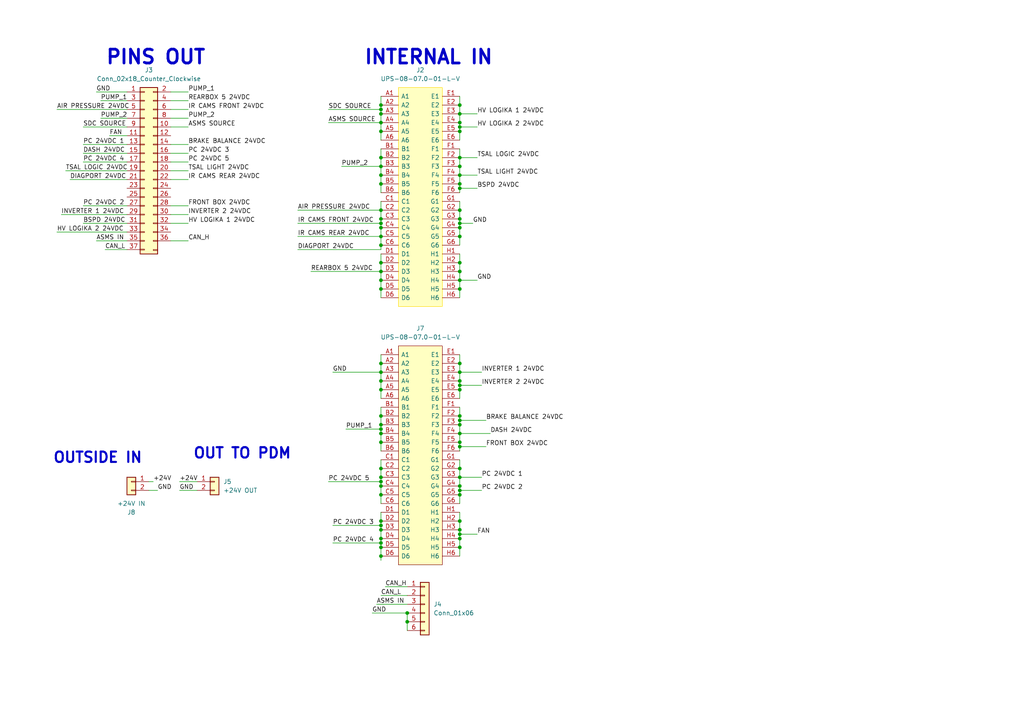
<source format=kicad_sch>
(kicad_sch (version 20230121) (generator eeschema)

  (uuid b652b05a-4e3d-4ad1-b032-18886abe7d45)

  (paper "A4")

  (title_block
    (rev "${REVISION}")
    (company "Author: Wiktor Krakowski ")
    (comment 1 "Reviewer:")
  )

  (lib_symbols
    (symbol "Connector_Generic:Conn_01x02" (pin_names (offset 1.016) hide) (in_bom yes) (on_board yes)
      (property "Reference" "J" (at 0 2.54 0)
        (effects (font (size 1.27 1.27)))
      )
      (property "Value" "Conn_01x02" (at 0 -5.08 0)
        (effects (font (size 1.27 1.27)))
      )
      (property "Footprint" "" (at 0 0 0)
        (effects (font (size 1.27 1.27)) hide)
      )
      (property "Datasheet" "~" (at 0 0 0)
        (effects (font (size 1.27 1.27)) hide)
      )
      (property "ki_keywords" "connector" (at 0 0 0)
        (effects (font (size 1.27 1.27)) hide)
      )
      (property "ki_description" "Generic connector, single row, 01x02, script generated (kicad-library-utils/schlib/autogen/connector/)" (at 0 0 0)
        (effects (font (size 1.27 1.27)) hide)
      )
      (property "ki_fp_filters" "Connector*:*_1x??_*" (at 0 0 0)
        (effects (font (size 1.27 1.27)) hide)
      )
      (symbol "Conn_01x02_1_1"
        (rectangle (start -1.27 -2.413) (end 0 -2.667)
          (stroke (width 0.1524) (type default))
          (fill (type none))
        )
        (rectangle (start -1.27 0.127) (end 0 -0.127)
          (stroke (width 0.1524) (type default))
          (fill (type none))
        )
        (rectangle (start -1.27 1.27) (end 1.27 -3.81)
          (stroke (width 0.254) (type default))
          (fill (type background))
        )
        (pin passive line (at -5.08 0 0) (length 3.81)
          (name "Pin_1" (effects (font (size 1.27 1.27))))
          (number "1" (effects (font (size 1.27 1.27))))
        )
        (pin passive line (at -5.08 -2.54 0) (length 3.81)
          (name "Pin_2" (effects (font (size 1.27 1.27))))
          (number "2" (effects (font (size 1.27 1.27))))
        )
      )
    )
    (symbol "Connector_Generic:Conn_01x06" (pin_names (offset 1.016) hide) (in_bom yes) (on_board yes)
      (property "Reference" "J" (at 0 7.62 0)
        (effects (font (size 1.27 1.27)))
      )
      (property "Value" "Conn_01x06" (at 0 -10.16 0)
        (effects (font (size 1.27 1.27)))
      )
      (property "Footprint" "" (at 0 0 0)
        (effects (font (size 1.27 1.27)) hide)
      )
      (property "Datasheet" "~" (at 0 0 0)
        (effects (font (size 1.27 1.27)) hide)
      )
      (property "ki_keywords" "connector" (at 0 0 0)
        (effects (font (size 1.27 1.27)) hide)
      )
      (property "ki_description" "Generic connector, single row, 01x06, script generated (kicad-library-utils/schlib/autogen/connector/)" (at 0 0 0)
        (effects (font (size 1.27 1.27)) hide)
      )
      (property "ki_fp_filters" "Connector*:*_1x??_*" (at 0 0 0)
        (effects (font (size 1.27 1.27)) hide)
      )
      (symbol "Conn_01x06_1_1"
        (rectangle (start -1.27 -7.493) (end 0 -7.747)
          (stroke (width 0.1524) (type default))
          (fill (type none))
        )
        (rectangle (start -1.27 -4.953) (end 0 -5.207)
          (stroke (width 0.1524) (type default))
          (fill (type none))
        )
        (rectangle (start -1.27 -2.413) (end 0 -2.667)
          (stroke (width 0.1524) (type default))
          (fill (type none))
        )
        (rectangle (start -1.27 0.127) (end 0 -0.127)
          (stroke (width 0.1524) (type default))
          (fill (type none))
        )
        (rectangle (start -1.27 2.667) (end 0 2.413)
          (stroke (width 0.1524) (type default))
          (fill (type none))
        )
        (rectangle (start -1.27 5.207) (end 0 4.953)
          (stroke (width 0.1524) (type default))
          (fill (type none))
        )
        (rectangle (start -1.27 6.35) (end 1.27 -8.89)
          (stroke (width 0.254) (type default))
          (fill (type background))
        )
        (pin passive line (at -5.08 5.08 0) (length 3.81)
          (name "Pin_1" (effects (font (size 1.27 1.27))))
          (number "1" (effects (font (size 1.27 1.27))))
        )
        (pin passive line (at -5.08 2.54 0) (length 3.81)
          (name "Pin_2" (effects (font (size 1.27 1.27))))
          (number "2" (effects (font (size 1.27 1.27))))
        )
        (pin passive line (at -5.08 0 0) (length 3.81)
          (name "Pin_3" (effects (font (size 1.27 1.27))))
          (number "3" (effects (font (size 1.27 1.27))))
        )
        (pin passive line (at -5.08 -2.54 0) (length 3.81)
          (name "Pin_4" (effects (font (size 1.27 1.27))))
          (number "4" (effects (font (size 1.27 1.27))))
        )
        (pin passive line (at -5.08 -5.08 0) (length 3.81)
          (name "Pin_5" (effects (font (size 1.27 1.27))))
          (number "5" (effects (font (size 1.27 1.27))))
        )
        (pin passive line (at -5.08 -7.62 0) (length 3.81)
          (name "Pin_6" (effects (font (size 1.27 1.27))))
          (number "6" (effects (font (size 1.27 1.27))))
        )
      )
    )
    (symbol "Connector_Generic:Conn_02x18_Odd_Even" (pin_names (offset 1.016) hide) (in_bom yes) (on_board yes)
      (property "Reference" "J3" (at 1.27 26.67 0)
        (effects (font (size 1.27 1.27)))
      )
      (property "Value" "Conn_02x18_Counter_Clockwise" (at 1.27 24.13 0)
        (effects (font (size 1.27 1.27)))
      )
      (property "Footprint" "Connector_IDC:IDC-Header_2x20-1MP_P2.54mm_Latch6.5mm_Vertical" (at 0 0 0)
        (effects (font (size 1.27 1.27)) hide)
      )
      (property "Datasheet" "~" (at 0 0 0)
        (effects (font (size 1.27 1.27)) hide)
      )
      (property "ki_keywords" "connector" (at 0 0 0)
        (effects (font (size 1.27 1.27)) hide)
      )
      (property "ki_description" "Generic connector, double row, 02x18, odd/even pin numbering scheme (row 1 odd numbers, row 2 even numbers), script generated (kicad-library-utils/schlib/autogen/connector/)" (at 0 0 0)
        (effects (font (size 1.27 1.27)) hide)
      )
      (property "ki_fp_filters" "Connector*:*_2x??_*" (at 0 0 0)
        (effects (font (size 1.27 1.27)) hide)
      )
      (symbol "Conn_02x18_Odd_Even_1_1"
        (rectangle (start -1.27 -25.273) (end 0 -25.527)
          (stroke (width 0.1524) (type default))
          (fill (type none))
        )
        (rectangle (start -1.27 -22.733) (end 0 -22.987)
          (stroke (width 0.1524) (type default))
          (fill (type none))
        )
        (rectangle (start -1.27 -20.193) (end 0 -20.447)
          (stroke (width 0.1524) (type default))
          (fill (type none))
        )
        (rectangle (start -1.27 -17.653) (end 0 -17.907)
          (stroke (width 0.1524) (type default))
          (fill (type none))
        )
        (rectangle (start -1.27 -15.113) (end 0 -15.367)
          (stroke (width 0.1524) (type default))
          (fill (type none))
        )
        (rectangle (start -1.27 -12.573) (end 0 -12.827)
          (stroke (width 0.1524) (type default))
          (fill (type none))
        )
        (rectangle (start -1.27 -10.033) (end 0 -10.287)
          (stroke (width 0.1524) (type default))
          (fill (type none))
        )
        (rectangle (start -1.27 -7.493) (end 0 -7.747)
          (stroke (width 0.1524) (type default))
          (fill (type none))
        )
        (rectangle (start -1.27 -4.953) (end 0 -5.207)
          (stroke (width 0.1524) (type default))
          (fill (type none))
        )
        (rectangle (start -1.27 -2.413) (end 0 -2.667)
          (stroke (width 0.1524) (type default))
          (fill (type none))
        )
        (rectangle (start -1.27 0.127) (end 0 -0.127)
          (stroke (width 0.1524) (type default))
          (fill (type none))
        )
        (rectangle (start -1.27 2.667) (end 0 2.413)
          (stroke (width 0.1524) (type default))
          (fill (type none))
        )
        (rectangle (start -1.27 5.207) (end 0 4.953)
          (stroke (width 0.1524) (type default))
          (fill (type none))
        )
        (rectangle (start -1.27 7.747) (end 0 7.493)
          (stroke (width 0.1524) (type default))
          (fill (type none))
        )
        (rectangle (start -1.27 10.287) (end 0 10.033)
          (stroke (width 0.1524) (type default))
          (fill (type none))
        )
        (rectangle (start -1.27 12.827) (end 0 12.573)
          (stroke (width 0.1524) (type default))
          (fill (type none))
        )
        (rectangle (start -1.27 15.367) (end 0 15.113)
          (stroke (width 0.1524) (type default))
          (fill (type none))
        )
        (rectangle (start -1.27 17.907) (end 0 17.653)
          (stroke (width 0.1524) (type default))
          (fill (type none))
        )
        (rectangle (start -1.27 20.447) (end 0 20.193)
          (stroke (width 0.1524) (type default))
          (fill (type none))
        )
        (rectangle (start -1.27 21.59) (end 3.81 -26.67)
          (stroke (width 0.254) (type default))
          (fill (type background))
        )
        (rectangle (start 2.54 -25.4) (end 3.81 -25.654)
          (stroke (width 0.1524) (type default))
          (fill (type none))
        )
        (rectangle (start 2.54 -22.733) (end 3.81 -22.987)
          (stroke (width 0.1524) (type default))
          (fill (type none))
        )
        (rectangle (start 3.81 -20.193) (end 2.54 -20.447)
          (stroke (width 0.1524) (type default))
          (fill (type none))
        )
        (rectangle (start 3.81 -17.653) (end 2.54 -17.907)
          (stroke (width 0.1524) (type default))
          (fill (type none))
        )
        (rectangle (start 3.81 -15.113) (end 2.54 -15.367)
          (stroke (width 0.1524) (type default))
          (fill (type none))
        )
        (rectangle (start 3.81 -12.573) (end 2.54 -12.827)
          (stroke (width 0.1524) (type default))
          (fill (type none))
        )
        (rectangle (start 3.81 -10.033) (end 2.54 -10.287)
          (stroke (width 0.1524) (type default))
          (fill (type none))
        )
        (rectangle (start 3.81 -7.493) (end 2.54 -7.747)
          (stroke (width 0.1524) (type default))
          (fill (type none))
        )
        (rectangle (start 3.81 -4.953) (end 2.54 -5.207)
          (stroke (width 0.1524) (type default))
          (fill (type none))
        )
        (rectangle (start 3.81 -2.413) (end 2.54 -2.667)
          (stroke (width 0.1524) (type default))
          (fill (type none))
        )
        (rectangle (start 3.81 0.127) (end 2.54 -0.127)
          (stroke (width 0.1524) (type default))
          (fill (type none))
        )
        (rectangle (start 3.81 2.667) (end 2.54 2.413)
          (stroke (width 0.1524) (type default))
          (fill (type none))
        )
        (rectangle (start 3.81 5.207) (end 2.54 4.953)
          (stroke (width 0.1524) (type default))
          (fill (type none))
        )
        (rectangle (start 3.81 7.747) (end 2.54 7.493)
          (stroke (width 0.1524) (type default))
          (fill (type none))
        )
        (rectangle (start 3.81 10.287) (end 2.54 10.033)
          (stroke (width 0.1524) (type default))
          (fill (type none))
        )
        (rectangle (start 3.81 12.827) (end 2.54 12.573)
          (stroke (width 0.1524) (type default))
          (fill (type none))
        )
        (rectangle (start 3.81 15.367) (end 2.54 15.113)
          (stroke (width 0.1524) (type default))
          (fill (type none))
        )
        (rectangle (start 3.81 17.907) (end 2.54 17.653)
          (stroke (width 0.1524) (type default))
          (fill (type none))
        )
        (rectangle (start 3.81 20.447) (end 2.54 20.193)
          (stroke (width 0.1524) (type default))
          (fill (type none))
        )
        (pin passive line (at -5.08 20.32 0) (length 3.81)
          (name "Pin_1" (effects (font (size 1.27 1.27))))
          (number "1" (effects (font (size 1.27 1.27))))
        )
        (pin passive line (at 7.62 10.16 180) (length 3.81)
          (name "Pin_10" (effects (font (size 1.27 1.27))))
          (number "10" (effects (font (size 1.27 1.27))))
        )
        (pin passive line (at -5.08 7.62 0) (length 3.81)
          (name "Pin_11" (effects (font (size 1.27 1.27))))
          (number "11" (effects (font (size 1.27 1.27))))
        )
        (pin passive line (at 7.62 7.62 180) (length 3.81)
          (name "Pin_12" (effects (font (size 1.27 1.27))))
          (number "12" (effects (font (size 1.27 1.27))))
        )
        (pin passive line (at -5.08 5.08 0) (length 3.81)
          (name "Pin_13" (effects (font (size 1.27 1.27))))
          (number "13" (effects (font (size 1.27 1.27))))
        )
        (pin passive line (at 7.62 5.08 180) (length 3.81)
          (name "Pin_14" (effects (font (size 1.27 1.27))))
          (number "14" (effects (font (size 1.27 1.27))))
        )
        (pin passive line (at -5.08 2.54 0) (length 3.81)
          (name "Pin_15" (effects (font (size 1.27 1.27))))
          (number "15" (effects (font (size 1.27 1.27))))
        )
        (pin passive line (at 7.62 2.54 180) (length 3.81)
          (name "Pin_16" (effects (font (size 1.27 1.27))))
          (number "16" (effects (font (size 1.27 1.27))))
        )
        (pin passive line (at -5.08 0 0) (length 3.81)
          (name "Pin_17" (effects (font (size 1.27 1.27))))
          (number "17" (effects (font (size 1.27 1.27))))
        )
        (pin passive line (at 7.62 0 180) (length 3.81)
          (name "Pin_18" (effects (font (size 1.27 1.27))))
          (number "18" (effects (font (size 1.27 1.27))))
        )
        (pin passive line (at -5.08 -2.54 0) (length 3.81)
          (name "Pin_19" (effects (font (size 1.27 1.27))))
          (number "19" (effects (font (size 1.27 1.27))))
        )
        (pin passive line (at 7.62 20.32 180) (length 3.81)
          (name "Pin_2" (effects (font (size 1.27 1.27))))
          (number "2" (effects (font (size 1.27 1.27))))
        )
        (pin passive line (at 7.62 -2.54 180) (length 3.81)
          (name "Pin_20" (effects (font (size 1.27 1.27))))
          (number "20" (effects (font (size 1.27 1.27))))
        )
        (pin passive line (at -5.08 -5.08 0) (length 3.81)
          (name "Pin_21" (effects (font (size 1.27 1.27))))
          (number "21" (effects (font (size 1.27 1.27))))
        )
        (pin passive line (at 7.62 -5.08 180) (length 3.81)
          (name "Pin_22" (effects (font (size 1.27 1.27))))
          (number "22" (effects (font (size 1.27 1.27))))
        )
        (pin passive line (at -5.08 -7.62 0) (length 3.81)
          (name "Pin_23" (effects (font (size 1.27 1.27))))
          (number "23" (effects (font (size 1.27 1.27))))
        )
        (pin passive line (at 7.62 -7.62 180) (length 3.81)
          (name "Pin_24" (effects (font (size 1.27 1.27))))
          (number "24" (effects (font (size 1.27 1.27))))
        )
        (pin passive line (at -5.08 -10.16 0) (length 3.81)
          (name "Pin_25" (effects (font (size 1.27 1.27))))
          (number "25" (effects (font (size 1.27 1.27))))
        )
        (pin passive line (at 7.62 -10.16 180) (length 3.81)
          (name "Pin_26" (effects (font (size 1.27 1.27))))
          (number "26" (effects (font (size 1.27 1.27))))
        )
        (pin passive line (at -5.08 -12.7 0) (length 3.81)
          (name "Pin_27" (effects (font (size 1.27 1.27))))
          (number "27" (effects (font (size 1.27 1.27))))
        )
        (pin passive line (at 7.62 -12.7 180) (length 3.81)
          (name "Pin_28" (effects (font (size 1.27 1.27))))
          (number "28" (effects (font (size 1.27 1.27))))
        )
        (pin passive line (at -5.08 -15.24 0) (length 3.81)
          (name "Pin_29" (effects (font (size 1.27 1.27))))
          (number "29" (effects (font (size 1.27 1.27))))
        )
        (pin passive line (at -5.08 17.78 0) (length 3.81)
          (name "Pin_3" (effects (font (size 1.27 1.27))))
          (number "3" (effects (font (size 1.27 1.27))))
        )
        (pin passive line (at 7.62 -15.24 180) (length 3.81)
          (name "Pin_30" (effects (font (size 1.27 1.27))))
          (number "30" (effects (font (size 1.27 1.27))))
        )
        (pin passive line (at -5.08 -17.78 0) (length 3.81)
          (name "Pin_31" (effects (font (size 1.27 1.27))))
          (number "31" (effects (font (size 1.27 1.27))))
        )
        (pin passive line (at 7.62 -17.78 180) (length 3.81)
          (name "Pin_32" (effects (font (size 1.27 1.27))))
          (number "32" (effects (font (size 1.27 1.27))))
        )
        (pin passive line (at -5.08 -20.32 0) (length 3.81)
          (name "Pin_33" (effects (font (size 1.27 1.27))))
          (number "33" (effects (font (size 1.27 1.27))))
        )
        (pin passive line (at 7.62 -20.32 180) (length 3.81)
          (name "Pin_34" (effects (font (size 1.27 1.27))))
          (number "34" (effects (font (size 1.27 1.27))))
        )
        (pin passive line (at -5.08 -22.86 0) (length 3.81)
          (name "Pin_35" (effects (font (size 1.27 1.27))))
          (number "35" (effects (font (size 1.27 1.27))))
        )
        (pin passive line (at 7.62 -22.86 180) (length 3.81)
          (name "Pin_36" (effects (font (size 1.27 1.27))))
          (number "36" (effects (font (size 1.27 1.27))))
        )
        (pin passive line (at -5.08 -25.4 0) (length 3.81)
          (name "Pin_37" (effects (font (size 1.27 1.27))))
          (number "37" (effects (font (size 1.27 1.27))))
        )
        (pin passive line (at 7.62 17.78 180) (length 3.81)
          (name "Pin_4" (effects (font (size 1.27 1.27))))
          (number "4" (effects (font (size 1.27 1.27))))
        )
        (pin passive line (at -5.08 15.24 0) (length 3.81)
          (name "Pin_5" (effects (font (size 1.27 1.27))))
          (number "5" (effects (font (size 1.27 1.27))))
        )
        (pin passive line (at 7.62 15.24 180) (length 3.81)
          (name "Pin_6" (effects (font (size 1.27 1.27))))
          (number "6" (effects (font (size 1.27 1.27))))
        )
        (pin passive line (at -5.08 12.7 0) (length 3.81)
          (name "Pin_7" (effects (font (size 1.27 1.27))))
          (number "7" (effects (font (size 1.27 1.27))))
        )
        (pin passive line (at 7.62 12.7 180) (length 3.81)
          (name "Pin_8" (effects (font (size 1.27 1.27))))
          (number "8" (effects (font (size 1.27 1.27))))
        )
        (pin passive line (at -5.08 10.16 0) (length 3.81)
          (name "Pin_9" (effects (font (size 1.27 1.27))))
          (number "9" (effects (font (size 1.27 1.27))))
        )
      )
    )
    (symbol "UPS-08-07.0-01-L-V:UPS-08-07.0-01-L-V" (pin_names (offset 0.762)) (in_bom yes) (on_board yes)
      (property "Reference" "J7" (at 11.43 7.62 0)
        (effects (font (size 1.27 1.27)))
      )
      (property "Value" "UPS-08-07.0-01-L-V" (at 11.43 5.08 0)
        (effects (font (size 1.27 1.27)))
      )
      (property "Footprint" "UPS0807001LV" (at 19.05 2.54 0)
        (effects (font (size 1.27 1.27)) (justify left) hide)
      )
      (property "Datasheet" "https://suddendocs.samtec.com/prints/ups-xx-xx.x-xx-x-xx-xx-xx-mkt.pdf?_gl=1*1eqiza8*_ga*MTMzOTQ5MTUyOC4xNzA1NDA3MzU4*_ga_3KFNZC07WW*MTcxMDQ4MTgxOS4yNS4xLjE3MTA0ODE4MzcuNDIuMC4w" (at 19.05 0 0)
        (effects (font (size 1.27 1.27)) (justify left) hide)
      )
      (property "Description" "SAMTEC - UPS-08-07.0-01-L-V . - CONNECTOR, RCPT, 8POS, 1ROW, 3.81MM" (at 19.05 -2.54 0)
        (effects (font (size 1.27 1.27)) (justify left) hide)
      )
      (property "Height" "6.88" (at 19.05 -5.08 0)
        (effects (font (size 1.27 1.27)) (justify left) hide)
      )
      (property "Manufacturer_Name" "SAMTEC" (at 19.05 -7.62 0)
        (effects (font (size 1.27 1.27)) (justify left) hide)
      )
      (property "Manufacturer_Part_Number" "UPS-08-07.0-01-L-V" (at 19.05 -10.16 0)
        (effects (font (size 1.27 1.27)) (justify left) hide)
      )
      (property "Mouser Part Number" "200-UPS0807.001LV" (at 19.05 -12.7 0)
        (effects (font (size 1.27 1.27)) (justify left) hide)
      )
      (property "Mouser Price/Stock" "https://www.mouser.com/Search/Refine.aspx?Keyword=200-UPS0807.001LV" (at 19.05 -15.24 0)
        (effects (font (size 1.27 1.27)) (justify left) hide)
      )
      (property "Arrow Part Number" "UPS-08-07.0-01-L-V" (at 19.05 -17.78 0)
        (effects (font (size 1.27 1.27)) (justify left) hide)
      )
      (property "Arrow Price/Stock" "https://www.arrow.com/en/products/ups-08-07.0-01-l-v/samtec" (at 19.05 -20.32 0)
        (effects (font (size 1.27 1.27)) (justify left) hide)
      )
      (property "ki_description" "SAMTEC - UPS-08-07.0-01-L-V . - CONNECTOR, RCPT, 8POS, 1ROW, 3.81MM" (at 0 0 0)
        (effects (font (size 1.27 1.27)) hide)
      )
      (symbol "UPS-08-07.0-01-L-V_0_0"
        (pin passive line (at 0 0 0) (length 5.08)
          (name "A1" (effects (font (size 1.27 1.27))))
          (number "A1" (effects (font (size 1.27 1.27))))
        )
        (pin passive line (at 0 -2.54 0) (length 5.08)
          (name "A2" (effects (font (size 1.27 1.27))))
          (number "A2" (effects (font (size 1.27 1.27))))
        )
        (pin passive line (at 0 -5.08 0) (length 5.08)
          (name "A3" (effects (font (size 1.27 1.27))))
          (number "A3" (effects (font (size 1.27 1.27))))
        )
        (pin passive line (at 0 -7.62 0) (length 5.08)
          (name "A4" (effects (font (size 1.27 1.27))))
          (number "A4" (effects (font (size 1.27 1.27))))
        )
        (pin passive line (at 0 -10.16 0) (length 5.08)
          (name "A5" (effects (font (size 1.27 1.27))))
          (number "A5" (effects (font (size 1.27 1.27))))
        )
        (pin passive line (at 0 -12.7 0) (length 5.08)
          (name "A6" (effects (font (size 1.27 1.27))))
          (number "A6" (effects (font (size 1.27 1.27))))
        )
        (pin passive line (at 0 -15.24 0) (length 5.08)
          (name "B1" (effects (font (size 1.27 1.27))))
          (number "B1" (effects (font (size 1.27 1.27))))
        )
        (pin passive line (at 0 -17.78 0) (length 5.08)
          (name "B2" (effects (font (size 1.27 1.27))))
          (number "B2" (effects (font (size 1.27 1.27))))
        )
        (pin passive line (at 0 -20.32 0) (length 5.08)
          (name "B3" (effects (font (size 1.27 1.27))))
          (number "B3" (effects (font (size 1.27 1.27))))
        )
        (pin passive line (at 0 -22.86 0) (length 5.08)
          (name "B4" (effects (font (size 1.27 1.27))))
          (number "B4" (effects (font (size 1.27 1.27))))
        )
        (pin passive line (at 0 -25.4 0) (length 5.08)
          (name "B5" (effects (font (size 1.27 1.27))))
          (number "B5" (effects (font (size 1.27 1.27))))
        )
        (pin passive line (at 0 -27.94 0) (length 5.08)
          (name "B6" (effects (font (size 1.27 1.27))))
          (number "B6" (effects (font (size 1.27 1.27))))
        )
        (pin passive line (at 0 -30.48 0) (length 5.08)
          (name "C1" (effects (font (size 1.27 1.27))))
          (number "C1" (effects (font (size 1.27 1.27))))
        )
        (pin passive line (at 0 -33.02 0) (length 5.08)
          (name "C2" (effects (font (size 1.27 1.27))))
          (number "C2" (effects (font (size 1.27 1.27))))
        )
        (pin passive line (at 0 -35.56 0) (length 5.08)
          (name "C3" (effects (font (size 1.27 1.27))))
          (number "C3" (effects (font (size 1.27 1.27))))
        )
        (pin passive line (at 0 -38.1 0) (length 5.08)
          (name "C4" (effects (font (size 1.27 1.27))))
          (number "C4" (effects (font (size 1.27 1.27))))
        )
        (pin passive line (at 0 -40.64 0) (length 5.08)
          (name "C5" (effects (font (size 1.27 1.27))))
          (number "C5" (effects (font (size 1.27 1.27))))
        )
        (pin passive line (at 0 -43.18 0) (length 5.08)
          (name "C6" (effects (font (size 1.27 1.27))))
          (number "C6" (effects (font (size 1.27 1.27))))
        )
        (pin passive line (at 0 -45.72 0) (length 5.08)
          (name "D1" (effects (font (size 1.27 1.27))))
          (number "D1" (effects (font (size 1.27 1.27))))
        )
        (pin passive line (at 0 -48.26 0) (length 5.08)
          (name "D2" (effects (font (size 1.27 1.27))))
          (number "D2" (effects (font (size 1.27 1.27))))
        )
        (pin passive line (at 0 -50.8 0) (length 5.08)
          (name "D3" (effects (font (size 1.27 1.27))))
          (number "D3" (effects (font (size 1.27 1.27))))
        )
        (pin passive line (at 0 -53.34 0) (length 5.08)
          (name "D4" (effects (font (size 1.27 1.27))))
          (number "D4" (effects (font (size 1.27 1.27))))
        )
        (pin passive line (at 0 -55.88 0) (length 5.08)
          (name "D5" (effects (font (size 1.27 1.27))))
          (number "D5" (effects (font (size 1.27 1.27))))
        )
        (pin passive line (at 0 -58.42 0) (length 5.08)
          (name "D6" (effects (font (size 1.27 1.27))))
          (number "D6" (effects (font (size 1.27 1.27))))
        )
        (pin passive line (at 22.86 0 180) (length 5.08)
          (name "E1" (effects (font (size 1.27 1.27))))
          (number "E1" (effects (font (size 1.27 1.27))))
        )
        (pin passive line (at 22.86 -2.54 180) (length 5.08)
          (name "E2" (effects (font (size 1.27 1.27))))
          (number "E2" (effects (font (size 1.27 1.27))))
        )
        (pin passive line (at 22.86 -5.08 180) (length 5.08)
          (name "E3" (effects (font (size 1.27 1.27))))
          (number "E3" (effects (font (size 1.27 1.27))))
        )
        (pin passive line (at 22.86 -7.62 180) (length 5.08)
          (name "E4" (effects (font (size 1.27 1.27))))
          (number "E4" (effects (font (size 1.27 1.27))))
        )
        (pin passive line (at 22.86 -10.16 180) (length 5.08)
          (name "E5" (effects (font (size 1.27 1.27))))
          (number "E5" (effects (font (size 1.27 1.27))))
        )
        (pin passive line (at 22.86 -12.7 180) (length 5.08)
          (name "E6" (effects (font (size 1.27 1.27))))
          (number "E6" (effects (font (size 1.27 1.27))))
        )
        (pin passive line (at 22.86 -15.24 180) (length 5.08)
          (name "F1" (effects (font (size 1.27 1.27))))
          (number "F1" (effects (font (size 1.27 1.27))))
        )
        (pin passive line (at 22.86 -17.78 180) (length 5.08)
          (name "F2" (effects (font (size 1.27 1.27))))
          (number "F2" (effects (font (size 1.27 1.27))))
        )
        (pin passive line (at 22.86 -20.32 180) (length 5.08)
          (name "F3" (effects (font (size 1.27 1.27))))
          (number "F3" (effects (font (size 1.27 1.27))))
        )
        (pin passive line (at 22.86 -22.86 180) (length 5.08)
          (name "F4" (effects (font (size 1.27 1.27))))
          (number "F4" (effects (font (size 1.27 1.27))))
        )
        (pin passive line (at 22.86 -25.4 180) (length 5.08)
          (name "F5" (effects (font (size 1.27 1.27))))
          (number "F5" (effects (font (size 1.27 1.27))))
        )
        (pin passive line (at 22.86 -27.94 180) (length 5.08)
          (name "F6" (effects (font (size 1.27 1.27))))
          (number "F6" (effects (font (size 1.27 1.27))))
        )
        (pin passive line (at 22.86 -30.48 180) (length 5.08)
          (name "G1" (effects (font (size 1.27 1.27))))
          (number "G1" (effects (font (size 1.27 1.27))))
        )
        (pin passive line (at 22.86 -33.02 180) (length 5.08)
          (name "G2" (effects (font (size 1.27 1.27))))
          (number "G2" (effects (font (size 1.27 1.27))))
        )
        (pin passive line (at 22.86 -35.56 180) (length 5.08)
          (name "G3" (effects (font (size 1.27 1.27))))
          (number "G3" (effects (font (size 1.27 1.27))))
        )
        (pin passive line (at 22.86 -38.1 180) (length 5.08)
          (name "G4" (effects (font (size 1.27 1.27))))
          (number "G4" (effects (font (size 1.27 1.27))))
        )
        (pin passive line (at 22.86 -40.64 180) (length 5.08)
          (name "G5" (effects (font (size 1.27 1.27))))
          (number "G5" (effects (font (size 1.27 1.27))))
        )
        (pin passive line (at 22.86 -43.18 180) (length 5.08)
          (name "G6" (effects (font (size 1.27 1.27))))
          (number "G6" (effects (font (size 1.27 1.27))))
        )
        (pin passive line (at 22.86 -45.72 180) (length 5.08)
          (name "H1" (effects (font (size 1.27 1.27))))
          (number "H1" (effects (font (size 1.27 1.27))))
        )
        (pin passive line (at 22.86 -48.26 180) (length 5.08)
          (name "H2" (effects (font (size 1.27 1.27))))
          (number "H2" (effects (font (size 1.27 1.27))))
        )
        (pin passive line (at 22.86 -50.8 180) (length 5.08)
          (name "H3" (effects (font (size 1.27 1.27))))
          (number "H3" (effects (font (size 1.27 1.27))))
        )
        (pin passive line (at 22.86 -53.34 180) (length 5.08)
          (name "H4" (effects (font (size 1.27 1.27))))
          (number "H4" (effects (font (size 1.27 1.27))))
        )
        (pin passive line (at 22.86 -55.88 180) (length 5.08)
          (name "H5" (effects (font (size 1.27 1.27))))
          (number "H5" (effects (font (size 1.27 1.27))))
        )
        (pin passive line (at 22.86 -58.42 180) (length 5.08)
          (name "H6" (effects (font (size 1.27 1.27))))
          (number "H6" (effects (font (size 1.27 1.27))))
        )
      )
      (symbol "UPS-08-07.0-01-L-V_1_1"
        (polyline
          (pts
            (xy 5.08 2.54)
            (xy 17.78 2.54)
            (xy 17.78 -60.96)
            (xy 5.08 -60.96)
            (xy 5.08 2.54)
          )
          (stroke (width 0.1524) (type solid))
          (fill (type background))
        )
      )
    )
    (symbol "UPS-08-07.0-01-L-V_1" (pin_names (offset 0.762)) (in_bom yes) (on_board yes)
      (property "Reference" "J2" (at 11.43 7.62 0)
        (effects (font (size 1.27 1.27)))
      )
      (property "Value" "UPS-08-07.0-01-L-V" (at 11.43 5.08 0)
        (effects (font (size 1.27 1.27)))
      )
      (property "Footprint" "UPS0807001LV" (at 19.05 2.54 0)
        (effects (font (size 1.27 1.27)) (justify left) hide)
      )
      (property "Datasheet" "https://suddendocs.samtec.com/prints/ups-xx-xx.x-xx-x-xx-xx-xx-mkt.pdf?_gl=1*1eqiza8*_ga*MTMzOTQ5MTUyOC4xNzA1NDA3MzU4*_ga_3KFNZC07WW*MTcxMDQ4MTgxOS4yNS4xLjE3MTA0ODE4MzcuNDIuMC4w" (at 19.05 0 0)
        (effects (font (size 1.27 1.27)) (justify left) hide)
      )
      (property "Description" "SAMTEC - UPS-08-07.0-01-L-V . - CONNECTOR, RCPT, 8POS, 1ROW, 3.81MM" (at 19.05 -2.54 0)
        (effects (font (size 1.27 1.27)) (justify left) hide)
      )
      (property "Height" "6.88" (at 19.05 -5.08 0)
        (effects (font (size 1.27 1.27)) (justify left) hide)
      )
      (property "Manufacturer_Name" "SAMTEC" (at 19.05 -7.62 0)
        (effects (font (size 1.27 1.27)) (justify left) hide)
      )
      (property "Manufacturer_Part_Number" "UPS-08-07.0-01-L-V" (at 19.05 -10.16 0)
        (effects (font (size 1.27 1.27)) (justify left) hide)
      )
      (property "Mouser Part Number" "200-UPS0807.001LV" (at 19.05 -12.7 0)
        (effects (font (size 1.27 1.27)) (justify left) hide)
      )
      (property "Mouser Price/Stock" "https://www.mouser.com/Search/Refine.aspx?Keyword=200-UPS0807.001LV" (at 19.05 -15.24 0)
        (effects (font (size 1.27 1.27)) (justify left) hide)
      )
      (property "Arrow Part Number" "UPS-08-07.0-01-L-V" (at 19.05 -17.78 0)
        (effects (font (size 1.27 1.27)) (justify left) hide)
      )
      (property "Arrow Price/Stock" "https://www.arrow.com/en/products/ups-08-07.0-01-l-v/samtec" (at 19.05 -20.32 0)
        (effects (font (size 1.27 1.27)) (justify left) hide)
      )
      (property "ki_description" "SAMTEC - UPS-08-07.0-01-L-V . - CONNECTOR, RCPT, 8POS, 1ROW, 3.81MM" (at 0 0 0)
        (effects (font (size 1.27 1.27)) hide)
      )
      (symbol "UPS-08-07.0-01-L-V_1_0_0"
        (pin passive line (at 0 0 0) (length 5.08)
          (name "A1" (effects (font (size 1.27 1.27))))
          (number "A1" (effects (font (size 1.27 1.27))))
        )
        (pin passive line (at 0 -2.54 0) (length 5.08)
          (name "A2" (effects (font (size 1.27 1.27))))
          (number "A2" (effects (font (size 1.27 1.27))))
        )
        (pin passive line (at 0 -5.08 0) (length 5.08)
          (name "A3" (effects (font (size 1.27 1.27))))
          (number "A3" (effects (font (size 1.27 1.27))))
        )
        (pin passive line (at 0 -7.62 0) (length 5.08)
          (name "A4" (effects (font (size 1.27 1.27))))
          (number "A4" (effects (font (size 1.27 1.27))))
        )
        (pin passive line (at 0 -10.16 0) (length 5.08)
          (name "A5" (effects (font (size 1.27 1.27))))
          (number "A5" (effects (font (size 1.27 1.27))))
        )
        (pin passive line (at 0 -12.7 0) (length 5.08)
          (name "A6" (effects (font (size 1.27 1.27))))
          (number "A6" (effects (font (size 1.27 1.27))))
        )
        (pin passive line (at 0 -15.24 0) (length 5.08)
          (name "B1" (effects (font (size 1.27 1.27))))
          (number "B1" (effects (font (size 1.27 1.27))))
        )
        (pin passive line (at 0 -17.78 0) (length 5.08)
          (name "B2" (effects (font (size 1.27 1.27))))
          (number "B2" (effects (font (size 1.27 1.27))))
        )
        (pin passive line (at 0 -20.32 0) (length 5.08)
          (name "B3" (effects (font (size 1.27 1.27))))
          (number "B3" (effects (font (size 1.27 1.27))))
        )
        (pin passive line (at 0 -22.86 0) (length 5.08)
          (name "B4" (effects (font (size 1.27 1.27))))
          (number "B4" (effects (font (size 1.27 1.27))))
        )
        (pin passive line (at 0 -25.4 0) (length 5.08)
          (name "B5" (effects (font (size 1.27 1.27))))
          (number "B5" (effects (font (size 1.27 1.27))))
        )
        (pin passive line (at 0 -27.94 0) (length 5.08)
          (name "B6" (effects (font (size 1.27 1.27))))
          (number "B6" (effects (font (size 1.27 1.27))))
        )
        (pin passive line (at 0 -30.48 0) (length 5.08)
          (name "C1" (effects (font (size 1.27 1.27))))
          (number "C1" (effects (font (size 1.27 1.27))))
        )
        (pin passive line (at 0 -33.02 0) (length 5.08)
          (name "C2" (effects (font (size 1.27 1.27))))
          (number "C2" (effects (font (size 1.27 1.27))))
        )
        (pin passive line (at 0 -35.56 0) (length 5.08)
          (name "C3" (effects (font (size 1.27 1.27))))
          (number "C3" (effects (font (size 1.27 1.27))))
        )
        (pin passive line (at 0 -38.1 0) (length 5.08)
          (name "C4" (effects (font (size 1.27 1.27))))
          (number "C4" (effects (font (size 1.27 1.27))))
        )
        (pin passive line (at 0 -40.64 0) (length 5.08)
          (name "C5" (effects (font (size 1.27 1.27))))
          (number "C5" (effects (font (size 1.27 1.27))))
        )
        (pin passive line (at 0 -43.18 0) (length 5.08)
          (name "C6" (effects (font (size 1.27 1.27))))
          (number "C6" (effects (font (size 1.27 1.27))))
        )
        (pin passive line (at 0 -45.72 0) (length 5.08)
          (name "D1" (effects (font (size 1.27 1.27))))
          (number "D1" (effects (font (size 1.27 1.27))))
        )
        (pin passive line (at 0 -48.26 0) (length 5.08)
          (name "D2" (effects (font (size 1.27 1.27))))
          (number "D2" (effects (font (size 1.27 1.27))))
        )
        (pin passive line (at 0 -50.8 0) (length 5.08)
          (name "D3" (effects (font (size 1.27 1.27))))
          (number "D3" (effects (font (size 1.27 1.27))))
        )
        (pin passive line (at 0 -53.34 0) (length 5.08)
          (name "D4" (effects (font (size 1.27 1.27))))
          (number "D4" (effects (font (size 1.27 1.27))))
        )
        (pin passive line (at 0 -55.88 0) (length 5.08)
          (name "D5" (effects (font (size 1.27 1.27))))
          (number "D5" (effects (font (size 1.27 1.27))))
        )
        (pin passive line (at 0 -58.42 0) (length 5.08)
          (name "D6" (effects (font (size 1.27 1.27))))
          (number "D6" (effects (font (size 1.27 1.27))))
        )
        (pin passive line (at 22.86 0 180) (length 5.08)
          (name "E1" (effects (font (size 1.27 1.27))))
          (number "E1" (effects (font (size 1.27 1.27))))
        )
        (pin passive line (at 22.86 -2.54 180) (length 5.08)
          (name "E2" (effects (font (size 1.27 1.27))))
          (number "E2" (effects (font (size 1.27 1.27))))
        )
        (pin passive line (at 22.86 -5.08 180) (length 5.08)
          (name "E3" (effects (font (size 1.27 1.27))))
          (number "E3" (effects (font (size 1.27 1.27))))
        )
        (pin passive line (at 22.86 -7.62 180) (length 5.08)
          (name "E4" (effects (font (size 1.27 1.27))))
          (number "E4" (effects (font (size 1.27 1.27))))
        )
        (pin passive line (at 22.86 -10.16 180) (length 5.08)
          (name "E5" (effects (font (size 1.27 1.27))))
          (number "E5" (effects (font (size 1.27 1.27))))
        )
        (pin passive line (at 22.86 -12.7 180) (length 5.08)
          (name "E6" (effects (font (size 1.27 1.27))))
          (number "E6" (effects (font (size 1.27 1.27))))
        )
        (pin passive line (at 22.86 -15.24 180) (length 5.08)
          (name "F1" (effects (font (size 1.27 1.27))))
          (number "F1" (effects (font (size 1.27 1.27))))
        )
        (pin passive line (at 22.86 -17.78 180) (length 5.08)
          (name "F2" (effects (font (size 1.27 1.27))))
          (number "F2" (effects (font (size 1.27 1.27))))
        )
        (pin passive line (at 22.86 -20.32 180) (length 5.08)
          (name "F3" (effects (font (size 1.27 1.27))))
          (number "F3" (effects (font (size 1.27 1.27))))
        )
        (pin passive line (at 22.86 -22.86 180) (length 5.08)
          (name "F4" (effects (font (size 1.27 1.27))))
          (number "F4" (effects (font (size 1.27 1.27))))
        )
        (pin passive line (at 22.86 -25.4 180) (length 5.08)
          (name "F5" (effects (font (size 1.27 1.27))))
          (number "F5" (effects (font (size 1.27 1.27))))
        )
        (pin passive line (at 22.86 -27.94 180) (length 5.08)
          (name "F6" (effects (font (size 1.27 1.27))))
          (number "F6" (effects (font (size 1.27 1.27))))
        )
        (pin passive line (at 22.86 -30.48 180) (length 5.08)
          (name "G1" (effects (font (size 1.27 1.27))))
          (number "G1" (effects (font (size 1.27 1.27))))
        )
        (pin passive line (at 22.86 -33.02 180) (length 5.08)
          (name "G2" (effects (font (size 1.27 1.27))))
          (number "G2" (effects (font (size 1.27 1.27))))
        )
        (pin passive line (at 22.86 -35.56 180) (length 5.08)
          (name "G3" (effects (font (size 1.27 1.27))))
          (number "G3" (effects (font (size 1.27 1.27))))
        )
        (pin passive line (at 22.86 -38.1 180) (length 5.08)
          (name "G4" (effects (font (size 1.27 1.27))))
          (number "G4" (effects (font (size 1.27 1.27))))
        )
        (pin passive line (at 22.86 -40.64 180) (length 5.08)
          (name "G5" (effects (font (size 1.27 1.27))))
          (number "G5" (effects (font (size 1.27 1.27))))
        )
        (pin passive line (at 22.86 -43.18 180) (length 5.08)
          (name "G6" (effects (font (size 1.27 1.27))))
          (number "G6" (effects (font (size 1.27 1.27))))
        )
        (pin passive line (at 22.86 -45.72 180) (length 5.08)
          (name "H1" (effects (font (size 1.27 1.27))))
          (number "H1" (effects (font (size 1.27 1.27))))
        )
        (pin passive line (at 22.86 -48.26 180) (length 5.08)
          (name "H2" (effects (font (size 1.27 1.27))))
          (number "H2" (effects (font (size 1.27 1.27))))
        )
        (pin passive line (at 22.86 -50.8 180) (length 5.08)
          (name "H3" (effects (font (size 1.27 1.27))))
          (number "H3" (effects (font (size 1.27 1.27))))
        )
        (pin passive line (at 22.86 -53.34 180) (length 5.08)
          (name "H4" (effects (font (size 1.27 1.27))))
          (number "H4" (effects (font (size 1.27 1.27))))
        )
        (pin passive line (at 22.86 -55.88 180) (length 5.08)
          (name "H5" (effects (font (size 1.27 1.27))))
          (number "H5" (effects (font (size 1.27 1.27))))
        )
        (pin passive line (at 22.86 -58.42 180) (length 5.08)
          (name "H6" (effects (font (size 1.27 1.27))))
          (number "H6" (effects (font (size 1.27 1.27))))
        )
      )
      (symbol "UPS-08-07.0-01-L-V_1_1_1"
        (polyline
          (pts
            (xy 5.08 2.54)
            (xy 17.78 2.54)
            (xy 17.78 -60.96)
            (xy 5.08 -60.96)
            (xy 5.08 2.54)
          )
          (stroke (width 0.1524) (type solid) (color 255 219 10 1))
          (fill (type background))
        )
      )
    )
  )

  (junction (at 110.49 64.77) (diameter 0) (color 0 0 0 0)
    (uuid 02a5b7ea-c415-4887-a2f0-5bdf548f9d10)
  )
  (junction (at 133.35 151.13) (diameter 0) (color 0 0 0 0)
    (uuid 074ec09a-f7ae-49b3-880c-a13341f49754)
  )
  (junction (at 133.35 153.67) (diameter 0) (color 0 0 0 0)
    (uuid 078947de-d0aa-4540-8f53-48e6c022c154)
  )
  (junction (at 110.49 135.89) (diameter 0) (color 0 0 0 0)
    (uuid 09e2e2ba-f03c-4657-8b87-c42c77ae7eba)
  )
  (junction (at 133.35 121.92) (diameter 0) (color 0 0 0 0)
    (uuid 09f77cae-3542-48c9-9cfc-76d27f7e8607)
  )
  (junction (at 118.11 180.34) (diameter 0) (color 0 0 0 0)
    (uuid 0c604427-6788-4bb8-bf95-08b525a62e23)
  )
  (junction (at 110.49 152.4) (diameter 0) (color 0 0 0 0)
    (uuid 0d5df97d-0c29-463f-af52-1c83683bdd07)
  )
  (junction (at 110.49 66.04) (diameter 0) (color 0 0 0 0)
    (uuid 0f1be909-8421-4dbd-b700-e67c20d1b420)
  )
  (junction (at 133.35 33.02) (diameter 0) (color 0 0 0 0)
    (uuid 11da48d4-5434-4090-add5-79cbfc3cb1ec)
  )
  (junction (at 110.49 143.51) (diameter 0) (color 0 0 0 0)
    (uuid 1cd034e4-5f79-47ad-9c5b-d60eb62a2261)
  )
  (junction (at 133.35 143.51) (diameter 0) (color 0 0 0 0)
    (uuid 21ea1dfb-0dfd-412f-bf79-001ca5fe2120)
  )
  (junction (at 110.49 81.28) (diameter 0) (color 0 0 0 0)
    (uuid 226401da-9872-47c1-9894-981cc9711687)
  )
  (junction (at 110.49 53.34) (diameter 0) (color 0 0 0 0)
    (uuid 228ab255-9cc2-45e3-ad35-bde4642bd01f)
  )
  (junction (at 110.49 71.12) (diameter 0) (color 0 0 0 0)
    (uuid 27a121df-5ffb-4abc-a599-c86172ae9111)
  )
  (junction (at 110.49 139.7) (diameter 0) (color 0 0 0 0)
    (uuid 2a3fd13b-62be-4748-b0fb-d5cfa0adafda)
  )
  (junction (at 110.49 123.19) (diameter 0) (color 0 0 0 0)
    (uuid 37de6a71-5bf8-4233-addf-5fcdb2b4b03a)
  )
  (junction (at 110.49 125.73) (diameter 0) (color 0 0 0 0)
    (uuid 38931a4d-22d9-4fed-bbcd-4e1a045e3648)
  )
  (junction (at 133.35 50.8) (diameter 0) (color 0 0 0 0)
    (uuid 3a80c99d-2b86-4dde-b523-0dc8b4cefe66)
  )
  (junction (at 133.35 78.74) (diameter 0) (color 0 0 0 0)
    (uuid 3b8a65ff-fce7-4880-971e-8f64c4190527)
  )
  (junction (at 133.35 60.96) (diameter 0) (color 0 0 0 0)
    (uuid 3d174ca3-2ce7-40f2-a539-66c4e664145b)
  )
  (junction (at 110.49 105.41) (diameter 0) (color 0 0 0 0)
    (uuid 3de4d9b0-d8d4-419c-a708-ecc7a3a9f13d)
  )
  (junction (at 133.35 138.43) (diameter 0) (color 0 0 0 0)
    (uuid 3e48702a-a850-4541-8b53-3b31a7f9b55d)
  )
  (junction (at 133.35 142.24) (diameter 0) (color 0 0 0 0)
    (uuid 430d628d-be2f-4b5e-9977-4d95633d5d78)
  )
  (junction (at 133.35 111.76) (diameter 0) (color 0 0 0 0)
    (uuid 4ad8ac49-201f-4ccf-8739-5875eaa86677)
  )
  (junction (at 133.35 81.28) (diameter 0) (color 0 0 0 0)
    (uuid 4b5f05db-3cad-4f9b-b465-785f2a434416)
  )
  (junction (at 133.35 105.41) (diameter 0) (color 0 0 0 0)
    (uuid 4c7f62e2-bee5-414a-b073-11005c0ec803)
  )
  (junction (at 110.49 45.72) (diameter 0) (color 0 0 0 0)
    (uuid 517b6338-d29f-4c28-90c5-5fa8166a156b)
  )
  (junction (at 110.49 78.74) (diameter 0) (color 0 0 0 0)
    (uuid 5767fca0-a654-4526-b4f0-d744e5c4ed66)
  )
  (junction (at 133.35 53.34) (diameter 0) (color 0 0 0 0)
    (uuid 5b6bcb89-cccd-49f2-92ad-d509a1de0733)
  )
  (junction (at 133.35 125.73) (diameter 0) (color 0 0 0 0)
    (uuid 5e46375c-e2db-4477-818f-6c4e0161c286)
  )
  (junction (at 133.35 154.94) (diameter 0) (color 0 0 0 0)
    (uuid 5f2480ac-404f-4475-ac34-be382fd0828f)
  )
  (junction (at 133.35 63.5) (diameter 0) (color 0 0 0 0)
    (uuid 5f3f5832-223d-4fa8-bdc6-ab98979f4564)
  )
  (junction (at 133.35 120.65) (diameter 0) (color 0 0 0 0)
    (uuid 62ed8eb5-0c36-48b4-89b7-43a89ef22a33)
  )
  (junction (at 133.35 48.26) (diameter 0) (color 0 0 0 0)
    (uuid 634284a8-efec-45ad-bb00-cbbdba73e4f3)
  )
  (junction (at 110.49 156.21) (diameter 0) (color 0 0 0 0)
    (uuid 64147af0-e208-4a14-88f1-f4290b4c859d)
  )
  (junction (at 110.49 157.48) (diameter 0) (color 0 0 0 0)
    (uuid 6a899981-d7c6-40a8-8a4a-1cdc75f09fd3)
  )
  (junction (at 110.49 128.27) (diameter 0) (color 0 0 0 0)
    (uuid 6f61aad5-1dca-4ff4-947e-146fa558617a)
  )
  (junction (at 133.35 35.56) (diameter 0) (color 0 0 0 0)
    (uuid 739ac311-55c3-4d01-8b6f-6baea8810869)
  )
  (junction (at 110.49 120.65) (diameter 0) (color 0 0 0 0)
    (uuid 79ae94f1-412b-4e74-9b3c-32492204a59d)
  )
  (junction (at 133.35 140.97) (diameter 0) (color 0 0 0 0)
    (uuid 7c50fd71-4793-4bc3-b5e6-875cac16d888)
  )
  (junction (at 133.35 129.54) (diameter 0) (color 0 0 0 0)
    (uuid 7d18d9b3-abe6-4a2d-bd3d-466e1f52190d)
  )
  (junction (at 133.35 66.04) (diameter 0) (color 0 0 0 0)
    (uuid 7edc4394-8a42-49cd-acd7-0b7f0e8fee48)
  )
  (junction (at 133.35 64.77) (diameter 0) (color 0 0 0 0)
    (uuid 7f7c97c5-f625-4d52-84b0-5e0663f4ce19)
  )
  (junction (at 110.49 50.8) (diameter 0) (color 0 0 0 0)
    (uuid 845e425d-f9ee-4f61-b11f-9c5b8d601ed2)
  )
  (junction (at 110.49 138.43) (diameter 0) (color 0 0 0 0)
    (uuid 85ef31ab-c958-4629-8280-0522476467b5)
  )
  (junction (at 133.35 128.27) (diameter 0) (color 0 0 0 0)
    (uuid 874b05db-c4f3-4b6f-8564-0f9864097511)
  )
  (junction (at 110.49 153.67) (diameter 0) (color 0 0 0 0)
    (uuid 8bb8b676-3fb6-47e5-80db-8361955e866b)
  )
  (junction (at 110.49 110.49) (diameter 0) (color 0 0 0 0)
    (uuid 8c11fc94-b388-446f-9b3f-2ee6480e98a5)
  )
  (junction (at 133.35 38.1) (diameter 0) (color 0 0 0 0)
    (uuid 8e1745da-bbb0-4561-975e-7ac1d7ac2d1e)
  )
  (junction (at 110.49 83.82) (diameter 0) (color 0 0 0 0)
    (uuid 97ffffed-797b-493f-8871-dd674c88d18c)
  )
  (junction (at 110.49 31.75) (diameter 0) (color 0 0 0 0)
    (uuid 9839b6b5-47f6-4f7f-85b3-9b185cf3ab4c)
  )
  (junction (at 110.49 76.2) (diameter 0) (color 0 0 0 0)
    (uuid 9937f559-f6ee-4837-81c0-965fd49991ef)
  )
  (junction (at 110.49 38.1) (diameter 0) (color 0 0 0 0)
    (uuid 9ec88a73-f271-4943-8f52-daa57ad382c5)
  )
  (junction (at 133.35 113.03) (diameter 0) (color 0 0 0 0)
    (uuid a0ac5f38-4a22-4325-abc0-11f66a40394f)
  )
  (junction (at 133.35 107.95) (diameter 0) (color 0 0 0 0)
    (uuid a22293a6-8376-4eb2-93c8-da1926787241)
  )
  (junction (at 133.35 30.48) (diameter 0) (color 0 0 0 0)
    (uuid a348007a-65b3-40af-9b61-b4be2cc83a1b)
  )
  (junction (at 110.49 68.58) (diameter 0) (color 0 0 0 0)
    (uuid a4460122-e9db-4e5f-89ce-4324f87b107e)
  )
  (junction (at 133.35 45.72) (diameter 0) (color 0 0 0 0)
    (uuid a466aabe-1566-4296-9575-714aeac8ed06)
  )
  (junction (at 110.49 60.96) (diameter 0) (color 0 0 0 0)
    (uuid a602c5f2-9179-4454-9fa9-e641b71ddeb5)
  )
  (junction (at 110.49 33.02) (diameter 0) (color 0 0 0 0)
    (uuid a6259456-2a69-4b86-b95a-8d46b84e4350)
  )
  (junction (at 110.49 63.5) (diameter 0) (color 0 0 0 0)
    (uuid a723fb35-14f8-4556-b4c4-20aeee6f3660)
  )
  (junction (at 133.35 83.82) (diameter 0) (color 0 0 0 0)
    (uuid abab5a92-f982-4dcb-a734-9c323f5ff275)
  )
  (junction (at 133.35 156.21) (diameter 0) (color 0 0 0 0)
    (uuid b011d5d3-7f83-4e49-938f-9810b0e5b8e6)
  )
  (junction (at 133.35 68.58) (diameter 0) (color 0 0 0 0)
    (uuid b240ba95-0217-4ed2-a2b6-c9cece66ee9c)
  )
  (junction (at 110.49 48.26) (diameter 0) (color 0 0 0 0)
    (uuid b5adb974-1651-4e72-be94-c039bb5daa24)
  )
  (junction (at 110.49 113.03) (diameter 0) (color 0 0 0 0)
    (uuid bcfaf682-5dff-48b1-95ec-762fb2f3cefd)
  )
  (junction (at 110.49 158.75) (diameter 0) (color 0 0 0 0)
    (uuid bf7634b0-fe0d-49a9-927b-34a57807f8a7)
  )
  (junction (at 133.35 36.83) (diameter 0) (color 0 0 0 0)
    (uuid bff56261-757b-4912-bce7-d06162c7c648)
  )
  (junction (at 110.49 151.13) (diameter 0) (color 0 0 0 0)
    (uuid c1882523-a6f9-4049-9d62-718b3353d84e)
  )
  (junction (at 110.49 35.56) (diameter 0) (color 0 0 0 0)
    (uuid c7488b0f-eaef-4c27-a285-89a0b51a6da8)
  )
  (junction (at 133.35 123.19) (diameter 0) (color 0 0 0 0)
    (uuid c7807384-580b-42d0-9058-db1477481aff)
  )
  (junction (at 110.49 140.97) (diameter 0) (color 0 0 0 0)
    (uuid ca35cc54-fb93-4d23-8168-27b77e251316)
  )
  (junction (at 118.11 177.8) (diameter 0) (color 0 0 0 0)
    (uuid caa42369-358f-4981-9fc0-be7e40159738)
  )
  (junction (at 133.35 158.75) (diameter 0) (color 0 0 0 0)
    (uuid cbac7a8a-4ae9-441b-9a05-1b0993da9f73)
  )
  (junction (at 110.49 107.95) (diameter 0) (color 0 0 0 0)
    (uuid cbc8906e-121d-4835-8eda-9c29e3a55698)
  )
  (junction (at 110.49 161.29) (diameter 0) (color 0 0 0 0)
    (uuid ccdcbb3a-409b-4bd1-b8c1-b36d0a4a5732)
  )
  (junction (at 133.35 54.61) (diameter 0) (color 0 0 0 0)
    (uuid cd81e757-b2ce-4c13-8aef-bf458fd89b05)
  )
  (junction (at 110.49 30.48) (diameter 0) (color 0 0 0 0)
    (uuid db1796a6-3d10-47f8-8c0a-a584c707446b)
  )
  (junction (at 110.49 124.46) (diameter 0) (color 0 0 0 0)
    (uuid df468961-67c1-4227-9fe4-b0755029be3d)
  )
  (junction (at 133.35 135.89) (diameter 0) (color 0 0 0 0)
    (uuid e23ef2fc-4e03-40fc-acfd-29b07a75648c)
  )
  (junction (at 133.35 110.49) (diameter 0) (color 0 0 0 0)
    (uuid e9dc47dc-de3e-4b9f-b4f7-6c9f26b2c06c)
  )
  (junction (at 133.35 76.2) (diameter 0) (color 0 0 0 0)
    (uuid f402fec3-5d57-4f4c-8e3a-5a7427a85644)
  )

  (wire (pts (xy 110.49 64.77) (xy 110.49 66.04))
    (stroke (width 0) (type default))
    (uuid 02f75aff-9764-4680-8734-4f0c659a4599)
  )
  (wire (pts (xy 24.13 59.69) (xy 36.83 59.69))
    (stroke (width 0) (type default))
    (uuid 03dd4a8f-5a32-40ed-94fa-baa61993b4c6)
  )
  (wire (pts (xy 110.49 68.58) (xy 110.49 71.12))
    (stroke (width 0) (type default))
    (uuid 046daa90-21b0-445f-8c7d-30372a711266)
  )
  (wire (pts (xy 49.53 41.91) (xy 54.61 41.91))
    (stroke (width 0) (type default))
    (uuid 04a6f476-3fa5-41e8-bd1f-44e862916120)
  )
  (wire (pts (xy 110.49 33.02) (xy 110.49 35.56))
    (stroke (width 0) (type default))
    (uuid 0557d425-e725-4ad3-9093-6d7473c7463d)
  )
  (wire (pts (xy 110.49 27.94) (xy 110.49 30.48))
    (stroke (width 0) (type default))
    (uuid 09f0a931-efd2-4b51-b5de-881e40ce0e28)
  )
  (wire (pts (xy 24.13 44.45) (xy 36.83 44.45))
    (stroke (width 0) (type default))
    (uuid 0a151aed-93df-4499-9fdc-965d956aff14)
  )
  (wire (pts (xy 110.49 148.59) (xy 110.49 151.13))
    (stroke (width 0) (type default))
    (uuid 0a4823da-3007-4373-913f-e45ea4c3207e)
  )
  (wire (pts (xy 133.35 45.72) (xy 138.43 45.72))
    (stroke (width 0) (type default))
    (uuid 0b67c1a2-7992-45e4-a8a8-8a7b0a4a10bc)
  )
  (wire (pts (xy 133.35 148.59) (xy 133.35 151.13))
    (stroke (width 0) (type default))
    (uuid 0c95ac2a-dd04-4d4a-9d37-ace8877db1bc)
  )
  (wire (pts (xy 96.52 152.4) (xy 110.49 152.4))
    (stroke (width 0) (type default))
    (uuid 0d3e9c1f-ceb1-4f09-9c95-14298c5b8da8)
  )
  (wire (pts (xy 133.35 78.74) (xy 133.35 81.28))
    (stroke (width 0) (type default))
    (uuid 0d84bed8-3952-47de-bfd6-523de0ec5ea3)
  )
  (wire (pts (xy 110.49 38.1) (xy 110.49 40.64))
    (stroke (width 0) (type default))
    (uuid 0da02c4f-3afc-47b4-a144-2e24436b3aa4)
  )
  (wire (pts (xy 110.49 83.82) (xy 110.49 86.36))
    (stroke (width 0) (type default))
    (uuid 0e9341bd-29c8-44ef-891c-dff651884d46)
  )
  (wire (pts (xy 133.35 35.56) (xy 133.35 36.83))
    (stroke (width 0) (type default))
    (uuid 113a07ae-ca56-4dec-aa88-a5aa258257d9)
  )
  (wire (pts (xy 110.49 124.46) (xy 110.49 125.73))
    (stroke (width 0) (type default))
    (uuid 15abcdd8-d460-4267-b19b-fb32b95f9897)
  )
  (wire (pts (xy 133.35 125.73) (xy 142.24 125.73))
    (stroke (width 0) (type default))
    (uuid 162f6675-42c5-4252-90af-52f9d4d75200)
  )
  (wire (pts (xy 110.49 60.96) (xy 110.49 63.5))
    (stroke (width 0) (type default))
    (uuid 16741c33-7615-4575-965f-6601a4a47867)
  )
  (wire (pts (xy 49.53 59.69) (xy 54.61 59.69))
    (stroke (width 0) (type default))
    (uuid 1799d264-a390-4a60-8ea6-333975ece137)
  )
  (wire (pts (xy 133.35 45.72) (xy 133.35 48.26))
    (stroke (width 0) (type default))
    (uuid 1bc610b6-6aae-40fe-a5d4-b50f49f6ea7d)
  )
  (wire (pts (xy 133.35 111.76) (xy 133.35 113.03))
    (stroke (width 0) (type default))
    (uuid 1ce7672e-4c48-4cf2-b588-b619d0ce0891)
  )
  (wire (pts (xy 110.49 158.75) (xy 110.49 161.29))
    (stroke (width 0) (type default))
    (uuid 1daca912-65c6-47c5-a110-cb653aac87cf)
  )
  (wire (pts (xy 133.35 105.41) (xy 133.35 107.95))
    (stroke (width 0) (type default))
    (uuid 2047fc12-7722-4e87-b75f-0e9b52083436)
  )
  (wire (pts (xy 133.35 54.61) (xy 133.35 55.88))
    (stroke (width 0) (type default))
    (uuid 2070f807-fa67-416f-9ff7-34564a37e7f4)
  )
  (wire (pts (xy 133.35 64.77) (xy 133.35 66.04))
    (stroke (width 0) (type default))
    (uuid 20eb8c17-7f2d-4ca7-ad42-cecde1c193f2)
  )
  (wire (pts (xy 110.49 140.97) (xy 110.49 143.51))
    (stroke (width 0) (type default))
    (uuid 23192622-0a1b-4ea8-95f5-e8dfe2ae5f4e)
  )
  (wire (pts (xy 43.18 142.24) (xy 45.72 142.24))
    (stroke (width 0) (type default))
    (uuid 266e85f3-e510-4da5-97dc-43d5c9d79921)
  )
  (wire (pts (xy 110.49 76.2) (xy 110.49 78.74))
    (stroke (width 0) (type default))
    (uuid 27e0d8f3-2905-4659-b5e1-c8fc17702b6d)
  )
  (wire (pts (xy 133.35 68.58) (xy 133.35 71.12))
    (stroke (width 0) (type default))
    (uuid 28586a0c-436c-443c-a1ce-8d1b460cf81f)
  )
  (wire (pts (xy 31.75 39.37) (xy 36.83 39.37))
    (stroke (width 0) (type default))
    (uuid 2bb40566-c1f0-410f-9dbe-45662193a593)
  )
  (wire (pts (xy 43.18 139.7) (xy 44.45 139.7))
    (stroke (width 0) (type default))
    (uuid 3047ebaf-4890-4123-a257-a5e1fd24d40f)
  )
  (wire (pts (xy 110.49 43.18) (xy 110.49 45.72))
    (stroke (width 0) (type default))
    (uuid 31e47a90-774e-4320-95ee-5d8013c47dec)
  )
  (wire (pts (xy 49.53 69.85) (xy 54.61 69.85))
    (stroke (width 0) (type default))
    (uuid 3209852f-2201-4039-8570-68c55ae9b2b7)
  )
  (wire (pts (xy 110.49 118.11) (xy 110.49 120.65))
    (stroke (width 0) (type default))
    (uuid 366b1b95-7a65-4839-ae11-f85841253166)
  )
  (wire (pts (xy 49.53 64.77) (xy 54.61 64.77))
    (stroke (width 0) (type default))
    (uuid 385a64c3-9ff9-42ce-9504-7e525fad70f1)
  )
  (wire (pts (xy 24.13 41.91) (xy 36.83 41.91))
    (stroke (width 0) (type default))
    (uuid 398fc9ab-b135-4d86-acbf-6d48e2bf3973)
  )
  (wire (pts (xy 110.49 72.39) (xy 110.49 71.12))
    (stroke (width 0) (type default))
    (uuid 3b0b76d9-3576-4022-bc52-d6edacd5f95e)
  )
  (wire (pts (xy 133.35 140.97) (xy 133.35 142.24))
    (stroke (width 0) (type default))
    (uuid 3ff45b1e-ca81-4ab0-adda-0bb3c84a01e4)
  )
  (wire (pts (xy 110.49 123.19) (xy 110.49 124.46))
    (stroke (width 0) (type default))
    (uuid 40fd7d97-6d46-4aec-96b7-da98dd1e159f)
  )
  (wire (pts (xy 24.13 64.77) (xy 36.83 64.77))
    (stroke (width 0) (type default))
    (uuid 4376cbe5-95b6-4fe6-9cb5-d9d310ebf177)
  )
  (wire (pts (xy 49.53 36.83) (xy 54.61 36.83))
    (stroke (width 0) (type default))
    (uuid 45e7dfd2-3709-46c9-a5bd-8a05b70f0902)
  )
  (wire (pts (xy 133.35 125.73) (xy 133.35 128.27))
    (stroke (width 0) (type default))
    (uuid 4a3357c0-636c-489f-8317-a99460bf6d64)
  )
  (wire (pts (xy 110.49 143.51) (xy 110.49 146.05))
    (stroke (width 0) (type default))
    (uuid 4e32a1b6-b6ad-4817-83ca-c012ec75f5c9)
  )
  (wire (pts (xy 110.49 53.34) (xy 110.49 55.88))
    (stroke (width 0) (type default))
    (uuid 4e430b4e-6d1a-4ced-bc57-71f94b183bb6)
  )
  (wire (pts (xy 133.35 38.1) (xy 133.35 40.64))
    (stroke (width 0) (type default))
    (uuid 524589de-27c0-46b2-af2d-c554612f2db1)
  )
  (wire (pts (xy 133.35 158.75) (xy 133.35 161.29))
    (stroke (width 0) (type default))
    (uuid 5247fd23-9305-4242-9809-4daf938ab143)
  )
  (wire (pts (xy 110.49 63.5) (xy 110.49 64.77))
    (stroke (width 0) (type default))
    (uuid 5316b271-7155-4636-ba00-8c037fdd646b)
  )
  (wire (pts (xy 110.49 152.4) (xy 110.49 153.67))
    (stroke (width 0) (type default))
    (uuid 5441d6ac-230f-4706-94bd-5073cf4ea9d0)
  )
  (wire (pts (xy 110.49 133.35) (xy 110.49 135.89))
    (stroke (width 0) (type default))
    (uuid 5565d2d5-1906-430f-b26f-362e6ec3212a)
  )
  (wire (pts (xy 133.35 33.02) (xy 133.35 35.56))
    (stroke (width 0) (type default))
    (uuid 55fee87d-7287-46d1-b47d-b295123be04c)
  )
  (wire (pts (xy 86.36 60.96) (xy 110.49 60.96))
    (stroke (width 0) (type default))
    (uuid 56e2840d-a291-47a3-8fd1-c55c7a5fea19)
  )
  (wire (pts (xy 133.35 107.95) (xy 133.35 110.49))
    (stroke (width 0) (type default))
    (uuid 589f1201-3094-4993-a3c2-88acb5f34e44)
  )
  (wire (pts (xy 110.49 172.72) (xy 118.11 172.72))
    (stroke (width 0) (type default))
    (uuid 5a54ab3b-abd1-4c75-b9cf-b4200160bc75)
  )
  (wire (pts (xy 110.49 35.56) (xy 110.49 38.1))
    (stroke (width 0) (type default))
    (uuid 5b660268-8982-41e4-bcee-88932f1f9ab0)
  )
  (wire (pts (xy 16.51 67.31) (xy 36.83 67.31))
    (stroke (width 0) (type default))
    (uuid 5c2cb31a-a542-4451-8cd9-c9515fa400f2)
  )
  (wire (pts (xy 133.35 81.28) (xy 133.35 83.82))
    (stroke (width 0) (type default))
    (uuid 5c35fe4d-7d38-4d36-8c28-e3e943b00b86)
  )
  (wire (pts (xy 109.22 175.26) (xy 118.11 175.26))
    (stroke (width 0) (type default))
    (uuid 5d49e1b7-38a1-4a38-9c77-53baba7e3001)
  )
  (wire (pts (xy 110.49 102.87) (xy 110.49 105.41))
    (stroke (width 0) (type default))
    (uuid 5d6a93f3-b255-473f-98ce-af0c28c5be29)
  )
  (wire (pts (xy 110.49 50.8) (xy 110.49 53.34))
    (stroke (width 0) (type default))
    (uuid 5dd29ed6-95db-437e-830a-a0534002a16e)
  )
  (wire (pts (xy 133.35 102.87) (xy 133.35 105.41))
    (stroke (width 0) (type default))
    (uuid 5f9d4794-ad9f-4572-85e9-c8f528e83617)
  )
  (wire (pts (xy 90.17 78.74) (xy 110.49 78.74))
    (stroke (width 0) (type default))
    (uuid 616876cc-7077-41d5-a26f-a0c34850213f)
  )
  (wire (pts (xy 86.36 64.77) (xy 110.49 64.77))
    (stroke (width 0) (type default))
    (uuid 61fed286-2dbc-4001-b0fc-f05a3dce67ff)
  )
  (wire (pts (xy 95.25 35.56) (xy 110.49 35.56))
    (stroke (width 0) (type default))
    (uuid 63c7e603-fb84-42dd-8a64-22219f767fec)
  )
  (wire (pts (xy 100.33 124.46) (xy 110.49 124.46))
    (stroke (width 0) (type default))
    (uuid 65635c94-414f-48e3-b6e2-b4cdb63bc2fd)
  )
  (wire (pts (xy 133.35 138.43) (xy 139.7 138.43))
    (stroke (width 0) (type default))
    (uuid 6859998b-e665-419a-8c17-4e3fda12f593)
  )
  (wire (pts (xy 49.53 62.23) (xy 54.61 62.23))
    (stroke (width 0) (type default))
    (uuid 69b21841-b37f-4894-b383-38e0012b6166)
  )
  (wire (pts (xy 111.76 170.18) (xy 118.11 170.18))
    (stroke (width 0) (type default))
    (uuid 6c12d117-b140-4e80-97c2-6772b22133ce)
  )
  (wire (pts (xy 133.35 107.95) (xy 139.7 107.95))
    (stroke (width 0) (type default))
    (uuid 6c4bbcea-4eff-4d61-ac48-c07a7e287e7b)
  )
  (wire (pts (xy 52.07 142.24) (xy 57.15 142.24))
    (stroke (width 0) (type default))
    (uuid 70714240-28f4-46e3-a2ca-e730928848e7)
  )
  (wire (pts (xy 110.49 138.43) (xy 110.49 139.7))
    (stroke (width 0) (type default))
    (uuid 71b06807-f7a8-4401-86ed-5b628416615d)
  )
  (wire (pts (xy 110.49 78.74) (xy 110.49 81.28))
    (stroke (width 0) (type default))
    (uuid 72ac5be9-27fa-46e2-a9f9-65e9b3538848)
  )
  (wire (pts (xy 110.49 73.66) (xy 110.49 76.2))
    (stroke (width 0) (type default))
    (uuid 72eb3854-edc6-485a-979b-a59566b6b95d)
  )
  (wire (pts (xy 110.49 135.89) (xy 110.49 138.43))
    (stroke (width 0) (type default))
    (uuid 73802065-12ed-4ebb-ab40-e807f83c659f)
  )
  (wire (pts (xy 49.53 49.53) (xy 54.61 49.53))
    (stroke (width 0) (type default))
    (uuid 743b5c08-f08d-4263-8afb-c02bcb5f794d)
  )
  (wire (pts (xy 29.21 29.21) (xy 36.83 29.21))
    (stroke (width 0) (type default))
    (uuid 75563808-eea9-4f78-b7ee-fd1e787094a8)
  )
  (wire (pts (xy 133.35 113.03) (xy 133.35 115.57))
    (stroke (width 0) (type default))
    (uuid 76e4d349-671b-4ee6-8d3b-3a3478fbc38a)
  )
  (wire (pts (xy 95.25 139.7) (xy 110.49 139.7))
    (stroke (width 0) (type default))
    (uuid 772c8bf4-409d-488c-851a-13aabf397d13)
  )
  (wire (pts (xy 133.35 121.92) (xy 140.97 121.92))
    (stroke (width 0) (type default))
    (uuid 78b36f92-ab0a-4ba3-bba6-8e977a6f8296)
  )
  (wire (pts (xy 133.35 50.8) (xy 133.35 53.34))
    (stroke (width 0) (type default))
    (uuid 7c0c1a64-f82c-476f-930b-5494f8c66987)
  )
  (wire (pts (xy 52.07 139.7) (xy 57.15 139.7))
    (stroke (width 0) (type default))
    (uuid 7f397460-a119-4fe0-af47-8d2f8b9988b1)
  )
  (wire (pts (xy 133.35 60.96) (xy 133.35 63.5))
    (stroke (width 0) (type default))
    (uuid 7fbc32b2-1d97-40fd-b92f-14786d5392aa)
  )
  (wire (pts (xy 133.35 36.83) (xy 138.43 36.83))
    (stroke (width 0) (type default))
    (uuid 84e5d0d9-4a04-4e40-a9e2-aa5c04f4fb63)
  )
  (wire (pts (xy 110.49 120.65) (xy 110.49 123.19))
    (stroke (width 0) (type default))
    (uuid 850557a7-9e10-4c43-b6ed-8963f3433f1b)
  )
  (wire (pts (xy 133.35 133.35) (xy 133.35 135.89))
    (stroke (width 0) (type default))
    (uuid 87696c31-b2d5-4770-a22a-99108a7d6ce4)
  )
  (wire (pts (xy 27.94 69.85) (xy 36.83 69.85))
    (stroke (width 0) (type default))
    (uuid 8875aa22-968a-4dbc-a287-2c939a581463)
  )
  (wire (pts (xy 133.35 43.18) (xy 133.35 45.72))
    (stroke (width 0) (type default))
    (uuid 89e58ff4-6705-4f10-b402-bb665561dd62)
  )
  (wire (pts (xy 133.35 143.51) (xy 133.35 146.05))
    (stroke (width 0) (type default))
    (uuid 8ad819b0-b71c-42f8-9824-00f0785c84e1)
  )
  (wire (pts (xy 110.49 157.48) (xy 110.49 158.75))
    (stroke (width 0) (type default))
    (uuid 8b39d777-37b7-4f47-afd8-3449c8383c43)
  )
  (wire (pts (xy 110.49 66.04) (xy 110.49 68.58))
    (stroke (width 0) (type default))
    (uuid 8b6c33c5-4f70-466d-9606-69da9baacf97)
  )
  (wire (pts (xy 29.21 34.29) (xy 36.83 34.29))
    (stroke (width 0) (type default))
    (uuid 8c631a96-fcda-4385-907d-3863be6d9629)
  )
  (wire (pts (xy 110.49 110.49) (xy 110.49 113.03))
    (stroke (width 0) (type default))
    (uuid 8cfc2c9d-f3af-4552-92cd-d13b049e6418)
  )
  (wire (pts (xy 133.35 76.2) (xy 133.35 78.74))
    (stroke (width 0) (type default))
    (uuid 8d9f608a-4a49-4fca-a9c5-52d38a9cbcdc)
  )
  (wire (pts (xy 110.49 156.21) (xy 110.49 157.48))
    (stroke (width 0) (type default))
    (uuid 8ec94813-7fda-48b3-a1bc-21e82300ab31)
  )
  (wire (pts (xy 110.49 151.13) (xy 110.49 152.4))
    (stroke (width 0) (type default))
    (uuid 9168e47f-80a4-463c-ba1a-83516d204da0)
  )
  (wire (pts (xy 133.35 53.34) (xy 133.35 54.61))
    (stroke (width 0) (type default))
    (uuid 92254f93-0cc2-47e7-8eec-d22b036d3c5d)
  )
  (wire (pts (xy 30.48 72.39) (xy 36.83 72.39))
    (stroke (width 0) (type default))
    (uuid 935dd9e6-1c9e-469c-86a7-0526556d0833)
  )
  (wire (pts (xy 133.35 27.94) (xy 133.35 30.48))
    (stroke (width 0) (type default))
    (uuid 96200576-f94b-44b0-b4ed-515cd1ec56de)
  )
  (wire (pts (xy 133.35 128.27) (xy 133.35 129.54))
    (stroke (width 0) (type default))
    (uuid 96347ffd-ed74-4414-84cc-75d5785a13b2)
  )
  (wire (pts (xy 133.35 120.65) (xy 133.35 121.92))
    (stroke (width 0) (type default))
    (uuid 973adba4-c28a-4864-84ff-f460d5bb8e3f)
  )
  (wire (pts (xy 110.49 107.95) (xy 110.49 110.49))
    (stroke (width 0) (type default))
    (uuid 98e4c474-ae72-4935-869a-77e4c8a8fe30)
  )
  (wire (pts (xy 110.49 139.7) (xy 110.49 140.97))
    (stroke (width 0) (type default))
    (uuid 99542061-d574-4117-a389-3aa86e896a89)
  )
  (wire (pts (xy 96.52 157.48) (xy 110.49 157.48))
    (stroke (width 0) (type default))
    (uuid 99b9d60e-fa29-4616-82d1-1825824de4a1)
  )
  (wire (pts (xy 133.35 135.89) (xy 133.35 138.43))
    (stroke (width 0) (type default))
    (uuid 99ec3797-264a-4a90-9771-56a4857f6c66)
  )
  (wire (pts (xy 16.51 31.75) (xy 36.83 31.75))
    (stroke (width 0) (type default))
    (uuid 9e657063-e7a9-4cf4-b0af-fe6d07aff102)
  )
  (wire (pts (xy 96.52 107.95) (xy 110.49 107.95))
    (stroke (width 0) (type default))
    (uuid 9e9c91ca-33b6-41e1-9228-7c0594303cd1)
  )
  (wire (pts (xy 133.35 142.24) (xy 139.7 142.24))
    (stroke (width 0) (type default))
    (uuid a2df411b-e8aa-4ac0-9d82-cecc2456b426)
  )
  (wire (pts (xy 110.49 30.48) (xy 110.49 31.75))
    (stroke (width 0) (type default))
    (uuid a3c71a8e-bc6a-4580-873f-21fe6d60790f)
  )
  (wire (pts (xy 17.78 62.23) (xy 36.83 62.23))
    (stroke (width 0) (type default))
    (uuid a5d4dd46-21af-4de5-88d1-a1274e845c29)
  )
  (wire (pts (xy 95.25 31.75) (xy 110.49 31.75))
    (stroke (width 0) (type default))
    (uuid a6a4348d-a487-4586-a620-181df8c3800c)
  )
  (wire (pts (xy 49.53 34.29) (xy 54.61 34.29))
    (stroke (width 0) (type default))
    (uuid a6cf4b97-5f2c-44a9-8a0b-f8825bb5a50f)
  )
  (wire (pts (xy 49.53 29.21) (xy 54.61 29.21))
    (stroke (width 0) (type default))
    (uuid a6e21752-2675-49e9-aec9-159407a5a245)
  )
  (wire (pts (xy 86.36 72.39) (xy 110.49 72.39))
    (stroke (width 0) (type default))
    (uuid a76d37ef-b2eb-441e-be87-98ffc6460827)
  )
  (wire (pts (xy 54.61 26.67) (xy 49.53 26.67))
    (stroke (width 0) (type default))
    (uuid aab41d4f-be4b-4337-b6d8-ef699aa21c0b)
  )
  (wire (pts (xy 19.05 49.53) (xy 36.83 49.53))
    (stroke (width 0) (type default))
    (uuid b099da90-a84b-49c7-9d70-055e631d84e4)
  )
  (wire (pts (xy 110.49 105.41) (xy 110.49 107.95))
    (stroke (width 0) (type default))
    (uuid b3f2ea95-3404-429c-922a-f70c48948811)
  )
  (wire (pts (xy 133.35 58.42) (xy 133.35 60.96))
    (stroke (width 0) (type default))
    (uuid b5032e49-23ab-4624-aa6d-8a5f75ebeee6)
  )
  (wire (pts (xy 133.35 154.94) (xy 138.43 154.94))
    (stroke (width 0) (type default))
    (uuid bb9c525f-1b9a-46d8-b544-75c9da3b6343)
  )
  (wire (pts (xy 133.35 48.26) (xy 133.35 50.8))
    (stroke (width 0) (type default))
    (uuid bca4c39d-db62-490a-a519-e49e0af0facc)
  )
  (wire (pts (xy 133.35 54.61) (xy 138.43 54.61))
    (stroke (width 0) (type default))
    (uuid bce536aa-548f-4e8a-8e60-a490709e257e)
  )
  (wire (pts (xy 133.35 36.83) (xy 133.35 38.1))
    (stroke (width 0) (type default))
    (uuid bde87ef7-f95f-4be8-ac71-ce7e6e914129)
  )
  (wire (pts (xy 133.35 156.21) (xy 133.35 158.75))
    (stroke (width 0) (type default))
    (uuid be25b10f-33eb-4e7d-972a-985b2fde7b3d)
  )
  (wire (pts (xy 133.35 142.24) (xy 133.35 143.51))
    (stroke (width 0) (type default))
    (uuid bebc4df9-00e3-4d71-8c43-a8e34e64800b)
  )
  (wire (pts (xy 49.53 31.75) (xy 54.61 31.75))
    (stroke (width 0) (type default))
    (uuid c08a6da3-9682-47f6-9b43-8d04c243e47d)
  )
  (wire (pts (xy 110.49 162.56) (xy 110.49 161.29))
    (stroke (width 0) (type default))
    (uuid c3679062-5c9e-4807-9f2e-c67917f9d93e)
  )
  (wire (pts (xy 133.35 111.76) (xy 139.7 111.76))
    (stroke (width 0) (type default))
    (uuid c40d9702-8eeb-488f-b6ca-a6f467c67683)
  )
  (wire (pts (xy 110.49 48.26) (xy 110.49 50.8))
    (stroke (width 0) (type default))
    (uuid c6c29aab-2c25-4340-b618-2e12ee56f8f3)
  )
  (wire (pts (xy 110.49 58.42) (xy 110.49 60.96))
    (stroke (width 0) (type default))
    (uuid c76f1f58-daf1-4e71-a327-9d7027b644eb)
  )
  (wire (pts (xy 27.94 26.67) (xy 36.83 26.67))
    (stroke (width 0) (type default))
    (uuid c784a5f3-95cb-4083-93bf-80bb72e62af1)
  )
  (wire (pts (xy 133.35 66.04) (xy 133.35 68.58))
    (stroke (width 0) (type default))
    (uuid c9df3e83-aae4-4f22-a35f-5f6def8322bb)
  )
  (wire (pts (xy 49.53 44.45) (xy 54.61 44.45))
    (stroke (width 0) (type default))
    (uuid cbe0abb8-b685-411f-b436-dfd127a6d264)
  )
  (wire (pts (xy 133.35 50.8) (xy 138.43 50.8))
    (stroke (width 0) (type default))
    (uuid cca0adcf-f77e-4d17-80d8-52d78cfb1ef9)
  )
  (wire (pts (xy 133.35 129.54) (xy 133.35 130.81))
    (stroke (width 0) (type default))
    (uuid cecc48d9-80dd-4d5b-877e-4c99429cdd3a)
  )
  (wire (pts (xy 24.13 36.83) (xy 36.83 36.83))
    (stroke (width 0) (type default))
    (uuid d27715ec-7fce-4079-9a0b-819ca807660d)
  )
  (wire (pts (xy 49.53 52.07) (xy 54.61 52.07))
    (stroke (width 0) (type default))
    (uuid d2b2dd61-e970-45bb-b66c-3e9a6155bf4e)
  )
  (wire (pts (xy 133.35 64.77) (xy 137.16 64.77))
    (stroke (width 0) (type default))
    (uuid d4b93822-d382-45ad-b56d-eccb41b1f1aa)
  )
  (wire (pts (xy 133.35 30.48) (xy 133.35 33.02))
    (stroke (width 0) (type default))
    (uuid d50f29aa-f135-41d4-bf8a-c361a91daa17)
  )
  (wire (pts (xy 107.95 177.8) (xy 118.11 177.8))
    (stroke (width 0) (type default))
    (uuid d7f15eaa-c21f-44a5-9a32-5191879113d5)
  )
  (wire (pts (xy 133.35 153.67) (xy 133.35 154.94))
    (stroke (width 0) (type default))
    (uuid db8e6946-bf3b-401a-96de-4da39c34bec1)
  )
  (wire (pts (xy 110.49 31.75) (xy 110.49 33.02))
    (stroke (width 0) (type default))
    (uuid dde7333d-74b8-4be3-bd70-bbef72341381)
  )
  (wire (pts (xy 133.35 151.13) (xy 133.35 153.67))
    (stroke (width 0) (type default))
    (uuid e1d7cf91-a39b-4938-9630-d6b06d9f481e)
  )
  (wire (pts (xy 110.49 81.28) (xy 110.49 83.82))
    (stroke (width 0) (type default))
    (uuid e25473ea-d451-4f60-a09e-0a55bdfd7558)
  )
  (wire (pts (xy 110.49 128.27) (xy 110.49 130.81))
    (stroke (width 0) (type default))
    (uuid e47e2f06-706f-4e0c-895a-21bf13e15c45)
  )
  (wire (pts (xy 110.49 153.67) (xy 110.49 156.21))
    (stroke (width 0) (type default))
    (uuid e85e7bdd-e953-40b2-96ea-6e94a112508a)
  )
  (wire (pts (xy 99.06 48.26) (xy 110.49 48.26))
    (stroke (width 0) (type default))
    (uuid e8636778-633d-462a-a4b1-0a0f49eabf96)
  )
  (wire (pts (xy 24.13 46.99) (xy 36.83 46.99))
    (stroke (width 0) (type default))
    (uuid e89e927b-188b-4e19-a3d4-659ffe24b28b)
  )
  (wire (pts (xy 110.49 125.73) (xy 110.49 128.27))
    (stroke (width 0) (type default))
    (uuid ea93900f-55b4-41a8-ae5b-42bc33704df5)
  )
  (wire (pts (xy 133.35 154.94) (xy 133.35 156.21))
    (stroke (width 0) (type default))
    (uuid eaafe808-b19a-4397-b621-859c8c00fde4)
  )
  (wire (pts (xy 133.35 118.11) (xy 133.35 120.65))
    (stroke (width 0) (type default))
    (uuid eb2f4a0d-5f72-4aa4-a61e-5b903b5d1919)
  )
  (wire (pts (xy 133.35 33.02) (xy 138.43 33.02))
    (stroke (width 0) (type default))
    (uuid eceb3adc-68c5-4c79-82e8-8902331da583)
  )
  (wire (pts (xy 133.35 81.28) (xy 138.43 81.28))
    (stroke (width 0) (type default))
    (uuid ed6af17b-f0a9-4c1e-8242-304e506ff60b)
  )
  (wire (pts (xy 118.11 177.8) (xy 118.11 180.34))
    (stroke (width 0) (type default))
    (uuid edb9d577-0cf8-47d5-9000-68304cff84fb)
  )
  (wire (pts (xy 20.32 52.07) (xy 36.83 52.07))
    (stroke (width 0) (type default))
    (uuid f01c403b-21b6-41f8-84fb-3e24bdfed3a4)
  )
  (wire (pts (xy 110.49 45.72) (xy 110.49 48.26))
    (stroke (width 0) (type default))
    (uuid f38f572a-f39a-4b1a-9a41-126101b568df)
  )
  (wire (pts (xy 86.36 68.58) (xy 110.49 68.58))
    (stroke (width 0) (type default))
    (uuid f42fd13b-af69-4f41-a1ea-ebdd9fea070d)
  )
  (wire (pts (xy 110.49 113.03) (xy 110.49 115.57))
    (stroke (width 0) (type default))
    (uuid f4a71597-e9b2-43c9-ad1d-07ae99bc4b33)
  )
  (wire (pts (xy 133.35 73.66) (xy 133.35 76.2))
    (stroke (width 0) (type default))
    (uuid f4bc6f24-cae9-45d7-b2a2-0c5de1605bb2)
  )
  (wire (pts (xy 133.35 123.19) (xy 133.35 125.73))
    (stroke (width 0) (type default))
    (uuid f4caa3b0-35bd-485b-9855-eeb8a1deb8d5)
  )
  (wire (pts (xy 133.35 110.49) (xy 133.35 111.76))
    (stroke (width 0) (type default))
    (uuid f50fc944-8ab3-4bf3-b590-ecba912b99ab)
  )
  (wire (pts (xy 133.35 129.54) (xy 140.97 129.54))
    (stroke (width 0) (type default))
    (uuid f57847d3-1403-4a8e-9fdc-6917b91f43ee)
  )
  (wire (pts (xy 49.53 46.99) (xy 54.61 46.99))
    (stroke (width 0) (type default))
    (uuid f58a458e-172f-481f-b623-be9f05207ad9)
  )
  (wire (pts (xy 133.35 121.92) (xy 133.35 123.19))
    (stroke (width 0) (type default))
    (uuid f8d6f690-315c-45b2-a4e6-1f4e10351453)
  )
  (wire (pts (xy 118.11 180.34) (xy 118.11 182.88))
    (stroke (width 0) (type default))
    (uuid f9d2a41e-dd7b-4506-b01d-ef49e76bdb48)
  )
  (wire (pts (xy 133.35 63.5) (xy 133.35 64.77))
    (stroke (width 0) (type default))
    (uuid fcc77dbf-7904-4e92-b457-a1357e2a3160)
  )
  (wire (pts (xy 133.35 138.43) (xy 133.35 140.97))
    (stroke (width 0) (type default))
    (uuid fd4bdaf3-6d31-4162-ad09-066a3fdeb994)
  )
  (wire (pts (xy 133.35 83.82) (xy 133.35 86.36))
    (stroke (width 0) (type default))
    (uuid ffeff3ee-9592-4ae5-9735-d8591cb5a634)
  )

  (text "INTERNAL IN" (at 105.41 19.05 0)
    (effects (font (size 4 4) bold) (justify left bottom))
    (uuid 0fbe9400-8eba-40a4-a08a-786342d713c1)
  )
  (text "OUTSIDE IN " (at 15.24 134.62 0)
    (effects (font (size 3 3) bold) (justify left bottom))
    (uuid 57cf560a-ea22-494f-8ef5-ba8e8af9ac28)
  )
  (text "OUT TO PDM" (at 55.88 133.35 0)
    (effects (font (size 3 3) bold) (justify left bottom))
    (uuid 589dd84c-fd95-4097-a61d-750a3243ac69)
  )
  (text "PINS OUT\n" (at 30.48 19.05 0)
    (effects (font (size 4 4) (thickness 0.8) bold) (justify left bottom))
    (uuid bcba6c72-3c77-4eaa-85e9-82357d9d493d)
  )

  (label "PC 24VDC 4" (at 24.13 46.99 0) (fields_autoplaced)
    (effects (font (size 1.27 1.27)) (justify left bottom))
    (uuid 021d92de-05fb-4e91-949e-000064de94fe)
  )
  (label "GND" (at 45.72 142.24 0) (fields_autoplaced)
    (effects (font (size 1.27 1.27)) (justify left bottom))
    (uuid 028efb59-b08a-4118-9542-e5d063756514)
  )
  (label "CAN_H" (at 54.61 69.85 0) (fields_autoplaced)
    (effects (font (size 1.27 1.27)) (justify left bottom))
    (uuid 03d1b26b-0c94-4e03-9301-d5eb5f4a8c5f)
  )
  (label "PUMP_2" (at 29.21 34.29 0) (fields_autoplaced)
    (effects (font (size 1.27 1.27)) (justify left bottom))
    (uuid 092a3f25-cd8a-4806-a120-bc6f6df94803)
  )
  (label "AIR PRESSURE 24VDC" (at 86.36 60.96 0) (fields_autoplaced)
    (effects (font (size 1.27 1.27)) (justify left bottom))
    (uuid 0d1be44b-9d43-473e-aebc-df56aad8949e)
  )
  (label "ASMS SOURCE" (at 95.25 35.56 0) (fields_autoplaced)
    (effects (font (size 1.27 1.27)) (justify left bottom))
    (uuid 1194ca65-fba1-40a2-9d18-04522972dc14)
  )
  (label "PC 24VDC 3" (at 54.61 44.45 0) (fields_autoplaced)
    (effects (font (size 1.27 1.27)) (justify left bottom))
    (uuid 18656656-2ad8-4116-b17c-27a00367c736)
  )
  (label "PUMP_2" (at 54.61 34.29 0) (fields_autoplaced)
    (effects (font (size 1.27 1.27)) (justify left bottom))
    (uuid 1fa22f14-4a76-46b9-935e-e43bc62ae61a)
  )
  (label "INVERTER 1 24VDC" (at 17.78 62.23 0) (fields_autoplaced)
    (effects (font (size 1.27 1.27)) (justify left bottom))
    (uuid 1fe33bd8-e879-4dbb-a3ab-8bc5997395a0)
  )
  (label "IR CAMS REAR 24VDC" (at 86.36 68.58 0) (fields_autoplaced)
    (effects (font (size 1.27 1.27)) (justify left bottom))
    (uuid 20defa24-d0fa-475a-aa7d-15f0aa044a7f)
  )
  (label "PUMP_1" (at 100.33 124.46 0) (fields_autoplaced)
    (effects (font (size 1.27 1.27)) (justify left bottom))
    (uuid 2403cd8c-0332-4db9-994c-4e509fb2e950)
  )
  (label "GND" (at 107.95 177.8 0) (fields_autoplaced)
    (effects (font (size 1.27 1.27)) (justify left bottom))
    (uuid 27d2a2cf-abc7-40ca-9c34-f8bf406eb03e)
  )
  (label "PC 24VDC 5" (at 95.25 139.7 0) (fields_autoplaced)
    (effects (font (size 1.27 1.27)) (justify left bottom))
    (uuid 2888b9a5-7fb8-4ade-bd0f-ad553b06299b)
  )
  (label "INVERTER 1 24VDC" (at 139.7 107.95 0) (fields_autoplaced)
    (effects (font (size 1.27 1.27)) (justify left bottom))
    (uuid 2da78b9b-faf5-4bb6-b2ba-6664b9333f18)
  )
  (label "+24V" (at 52.07 139.7 0) (fields_autoplaced)
    (effects (font (size 1.27 1.27)) (justify left bottom))
    (uuid 30291ae1-559d-4822-9e5c-a15da960ee90)
  )
  (label "TSAL LOGIC 24VDC" (at 138.43 45.72 0) (fields_autoplaced)
    (effects (font (size 1.27 1.27)) (justify left bottom))
    (uuid 3a5d610a-82d7-4d1f-aaa9-e46543c07a50)
  )
  (label "PC 24VDC 1" (at 24.13 41.91 0) (fields_autoplaced)
    (effects (font (size 1.27 1.27)) (justify left bottom))
    (uuid 43c51247-6e5c-4958-bfa3-9ae6350e0398)
  )
  (label "CAN_L" (at 30.48 72.39 0) (fields_autoplaced)
    (effects (font (size 1.27 1.27)) (justify left bottom))
    (uuid 4a4ec7b7-c077-4761-98a9-3c146887872e)
  )
  (label "IR CAMS REAR 24VDC" (at 54.61 52.07 0) (fields_autoplaced)
    (effects (font (size 1.27 1.27)) (justify left bottom))
    (uuid 4b943e1e-8c9a-411d-b7f0-b15a75c1c4ce)
  )
  (label "DIAGPORT 24VDC" (at 86.36 72.39 0) (fields_autoplaced)
    (effects (font (size 1.27 1.27)) (justify left bottom))
    (uuid 4d9f631e-64e7-460e-bfae-38b42043e45c)
  )
  (label "TSAL LOGIC 24VDC" (at 19.05 49.53 0) (fields_autoplaced)
    (effects (font (size 1.27 1.27)) (justify left bottom))
    (uuid 4e482cd4-7e5c-45e5-9329-cebb229efaf6)
  )
  (label "PC 24VDC 1" (at 139.7 138.43 0) (fields_autoplaced)
    (effects (font (size 1.27 1.27)) (justify left bottom))
    (uuid 5170e66c-c153-4d54-93c1-b1463f6ba23d)
  )
  (label "HV LOGIKA 1 24VDC" (at 138.43 33.02 0) (fields_autoplaced)
    (effects (font (size 1.27 1.27)) (justify left bottom))
    (uuid 5b2612ff-d9be-4af6-be14-e7010fd4dcd6)
  )
  (label "PC 24VDC 3" (at 96.52 152.4 0) (fields_autoplaced)
    (effects (font (size 1.27 1.27)) (justify left bottom))
    (uuid 62504a5b-4a7f-426e-bdb3-8786019c51d0)
  )
  (label "AIR PRESSURE 24VDC" (at 16.51 31.75 0) (fields_autoplaced)
    (effects (font (size 1.27 1.27)) (justify left bottom))
    (uuid 64a2efc7-bfbf-4bd7-8d4a-103f5077107c)
  )
  (label "HV LOGIKA 2 24VDC" (at 16.51 67.31 0) (fields_autoplaced)
    (effects (font (size 1.27 1.27)) (justify left bottom))
    (uuid 65b2eac6-a87c-411f-babc-b2102c485f1b)
  )
  (label "FRONT BOX 24VDC" (at 140.97 129.54 0) (fields_autoplaced)
    (effects (font (size 1.27 1.27)) (justify left bottom))
    (uuid 6adad8c4-2b0f-40de-a3cd-756e728670a9)
  )
  (label "TSAL LIGHT 24VDC" (at 54.61 49.53 0) (fields_autoplaced)
    (effects (font (size 1.27 1.27)) (justify left bottom))
    (uuid 6bc2cd38-3073-4215-94f7-00a9e3175b12)
  )
  (label "REARBOX 5 24VDC" (at 54.61 29.21 0) (fields_autoplaced)
    (effects (font (size 1.27 1.27)) (justify left bottom))
    (uuid 6caaf2c2-f628-4070-b3e4-34aba31171d1)
  )
  (label "HV LOGIKA 2 24VDC" (at 138.43 36.83 0) (fields_autoplaced)
    (effects (font (size 1.27 1.27)) (justify left bottom))
    (uuid 70b95858-55ee-42d5-8a54-a0210b9024c4)
  )
  (label "TSAL LIGHT 24VDC" (at 138.43 50.8 0) (fields_autoplaced)
    (effects (font (size 1.27 1.27)) (justify left bottom))
    (uuid 7461d12a-32ab-485b-b992-35e289901faf)
  )
  (label "PUMP_1" (at 29.21 29.21 0) (fields_autoplaced)
    (effects (font (size 1.27 1.27)) (justify left bottom))
    (uuid 7b1d309d-4265-407e-9c11-3f26577188c9)
  )
  (label "BRAKE BALANCE 24VDC" (at 140.97 121.92 0) (fields_autoplaced)
    (effects (font (size 1.27 1.27)) (justify left bottom))
    (uuid 7d0c2851-0904-43e7-a774-ca6c9c5a4133)
  )
  (label "+24V" (at 44.45 139.7 0) (fields_autoplaced)
    (effects (font (size 1.27 1.27)) (justify left bottom))
    (uuid 7dec2c20-dd0e-4ab1-8167-71b479a37cf4)
  )
  (label "REARBOX 5 24VDC" (at 90.17 78.74 0) (fields_autoplaced)
    (effects (font (size 1.27 1.27)) (justify left bottom))
    (uuid 86c2656d-c39b-45e2-a003-c9538ad75d50)
  )
  (label "BSPD 24VDC" (at 138.43 54.61 0) (fields_autoplaced)
    (effects (font (size 1.27 1.27)) (justify left bottom))
    (uuid 883a046b-5726-4908-814c-550a6716c4d7)
  )
  (label "GND" (at 27.94 26.67 0) (fields_autoplaced)
    (effects (font (size 1.27 1.27)) (justify left bottom))
    (uuid 8ec13fbe-12be-4a97-840e-3d4b6e6b0a52)
  )
  (label "DIAGPORT 24VDC" (at 20.32 52.07 0) (fields_autoplaced)
    (effects (font (size 1.27 1.27)) (justify left bottom))
    (uuid 8ed627e7-001a-486d-b81d-b10be5a220bd)
  )
  (label "ASMS IN" (at 109.22 175.26 0) (fields_autoplaced)
    (effects (font (size 1.27 1.27)) (justify left bottom))
    (uuid 97fbb377-0a65-4724-8425-bf5ada71f86d)
  )
  (label "FAN" (at 31.75 39.37 0) (fields_autoplaced)
    (effects (font (size 1.27 1.27)) (justify left bottom))
    (uuid 98caca3a-acad-4c32-a262-0efdf71dff51)
  )
  (label "GND" (at 138.43 81.28 0) (fields_autoplaced)
    (effects (font (size 1.27 1.27)) (justify left bottom))
    (uuid 9c98e894-c9ab-45cf-ad57-a9586e09d010)
  )
  (label "INVERTER 2 24VDC" (at 54.61 62.23 0) (fields_autoplaced)
    (effects (font (size 1.27 1.27)) (justify left bottom))
    (uuid 9e66cdf5-b618-44af-8056-0d537362acc4)
  )
  (label "PUMP_2" (at 99.06 48.26 0) (fields_autoplaced)
    (effects (font (size 1.27 1.27)) (justify left bottom))
    (uuid ab306d30-7e2d-4ab8-8d3b-a78d5c25be8d)
  )
  (label "DASH 24VDC" (at 24.13 44.45 0) (fields_autoplaced)
    (effects (font (size 1.27 1.27)) (justify left bottom))
    (uuid acc2b8ff-f3ee-4824-abb0-96c1211091ca)
  )
  (label "SDC SOURCE" (at 95.25 31.75 0) (fields_autoplaced)
    (effects (font (size 1.27 1.27)) (justify left bottom))
    (uuid aedaef80-be42-4685-9c11-12422192ad71)
  )
  (label "PC 24VDC 4" (at 96.52 157.48 0) (fields_autoplaced)
    (effects (font (size 1.27 1.27)) (justify left bottom))
    (uuid b11d5aee-df82-4466-b647-9f2aad59a318)
  )
  (label "GND" (at 96.52 107.95 0) (fields_autoplaced)
    (effects (font (size 1.27 1.27)) (justify left bottom))
    (uuid b2b5eb7c-1702-4535-b21a-6f74e309c6c3)
  )
  (label "IR CAMS FRONT 24VDC" (at 54.61 31.75 0) (fields_autoplaced)
    (effects (font (size 1.27 1.27)) (justify left bottom))
    (uuid b49f6d0c-1ac5-44ec-a9dd-0b94c93cfaf5)
  )
  (label "BRAKE BALANCE 24VDC" (at 54.61 41.91 0) (fields_autoplaced)
    (effects (font (size 1.27 1.27)) (justify left bottom))
    (uuid b5236e20-f91f-4bd1-8ebf-b0c617f7361a)
  )
  (label "GND" (at 137.16 64.77 0) (fields_autoplaced)
    (effects (font (size 1.27 1.27)) (justify left bottom))
    (uuid b53acab0-8c63-4bb3-b226-0f722a59e5fc)
  )
  (label "BSPD 24VDC" (at 24.13 64.77 0) (fields_autoplaced)
    (effects (font (size 1.27 1.27)) (justify left bottom))
    (uuid bd5ffc35-87ad-4018-933d-5f64ca60cb5b)
  )
  (label "PUMP_1" (at 54.61 26.67 0) (fields_autoplaced)
    (effects (font (size 1.27 1.27)) (justify left bottom))
    (uuid be5d1441-fc21-4fa8-9836-b9a40faeb55f)
  )
  (label "CAN_H" (at 111.76 170.18 0) (fields_autoplaced)
    (effects (font (size 1.27 1.27)) (justify left bottom))
    (uuid bf0af9c7-d716-464e-abd7-439fbc0a5ca3)
  )
  (label "INVERTER 2 24VDC" (at 139.7 111.76 0) (fields_autoplaced)
    (effects (font (size 1.27 1.27)) (justify left bottom))
    (uuid bf7e0482-0f02-40e5-a9a4-ee22f8361295)
  )
  (label "CAN_L" (at 110.49 172.72 0) (fields_autoplaced)
    (effects (font (size 1.27 1.27)) (justify left bottom))
    (uuid c8377339-450b-49c8-bee0-d3dfee18cef9)
  )
  (label "PC 24VDC 2" (at 24.13 59.69 0) (fields_autoplaced)
    (effects (font (size 1.27 1.27)) (justify left bottom))
    (uuid ccfd57e1-6569-4380-ba8c-0ec803dce078)
  )
  (label "PC 24VDC 5" (at 54.61 46.99 0) (fields_autoplaced)
    (effects (font (size 1.27 1.27)) (justify left bottom))
    (uuid cf19110b-f828-4bcf-aff7-159024a12f71)
  )
  (label "HV LOGIKA 1 24VDC" (at 54.61 64.77 0) (fields_autoplaced)
    (effects (font (size 1.27 1.27)) (justify left bottom))
    (uuid d10fec1d-276b-474f-b19d-69a63719fde0)
  )
  (label "ASMS IN" (at 27.94 69.85 0) (fields_autoplaced)
    (effects (font (size 1.27 1.27)) (justify left bottom))
    (uuid e150c32f-79b4-4425-945c-0aa38d0fe151)
  )
  (label "FRONT BOX 24VDC" (at 54.61 59.69 0) (fields_autoplaced)
    (effects (font (size 1.27 1.27)) (justify left bottom))
    (uuid e18d4eea-ec59-4f77-b405-4b94d4e4b3ed)
  )
  (label "DASH 24VDC" (at 142.24 125.73 0) (fields_autoplaced)
    (effects (font (size 1.27 1.27)) (justify left bottom))
    (uuid e942388a-64cf-49c1-8021-86cd874640c8)
  )
  (label "SDC SOURCE" (at 24.13 36.83 0) (fields_autoplaced)
    (effects (font (size 1.27 1.27)) (justify left bottom))
    (uuid e95fc5aa-765a-4d8b-9dbd-5b09d7355c7a)
  )
  (label "GND" (at 52.07 142.24 0) (fields_autoplaced)
    (effects (font (size 1.27 1.27)) (justify left bottom))
    (uuid ee7643b5-b164-4c3e-9ae4-92edecf3afa2)
  )
  (label "IR CAMS FRONT 24VDC" (at 86.36 64.77 0) (fields_autoplaced)
    (effects (font (size 1.27 1.27)) (justify left bottom))
    (uuid f9d16974-b317-43c2-93a2-15119a6d5b23)
  )
  (label "FAN" (at 138.43 154.94 0) (fields_autoplaced)
    (effects (font (size 1.27 1.27)) (justify left bottom))
    (uuid fb4c741b-4076-437c-9365-f385ee367c02)
  )
  (label "ASMS SOURCE" (at 54.61 36.83 0) (fields_autoplaced)
    (effects (font (size 1.27 1.27)) (justify left bottom))
    (uuid fdaeec87-79db-4dc3-b196-11184091079f)
  )
  (label "PC 24VDC 2" (at 139.7 142.24 0) (fields_autoplaced)
    (effects (font (size 1.27 1.27)) (justify left bottom))
    (uuid fe93e503-6769-45f1-be80-9ecbe73fdc93)
  )

  (symbol (lib_id "UPS-08-07.0-01-L-V:UPS-08-07.0-01-L-V") (at 110.49 102.87 0) (unit 1)
    (in_bom yes) (on_board yes) (dnp no) (fields_autoplaced)
    (uuid 1a13e3da-34c4-4cbb-a21f-dab3134f2a72)
    (property "Reference" "J7" (at 121.92 95.25 0)
      (effects (font (size 1.27 1.27)))
    )
    (property "Value" "UPS-08-07.0-01-L-V" (at 121.92 97.79 0)
      (effects (font (size 1.27 1.27)))
    )
    (property "Footprint" "UPS0807001LV" (at 129.54 100.33 0)
      (effects (font (size 1.27 1.27)) (justify left) hide)
    )
    (property "Datasheet" "https://suddendocs.samtec.com/prints/ups-xx-xx.x-xx-x-xx-xx-xx-mkt.pdf?_gl=1*1eqiza8*_ga*MTMzOTQ5MTUyOC4xNzA1NDA3MzU4*_ga_3KFNZC07WW*MTcxMDQ4MTgxOS4yNS4xLjE3MTA0ODE4MzcuNDIuMC4w" (at 129.54 102.87 0)
      (effects (font (size 1.27 1.27)) (justify left) hide)
    )
    (property "Description" "SAMTEC - UPS-08-07.0-01-L-V . - CONNECTOR, RCPT, 8POS, 1ROW, 3.81MM" (at 129.54 105.41 0)
      (effects (font (size 1.27 1.27)) (justify left) hide)
    )
    (property "Height" "6.88" (at 129.54 107.95 0)
      (effects (font (size 1.27 1.27)) (justify left) hide)
    )
    (property "Manufacturer_Name" "SAMTEC" (at 129.54 110.49 0)
      (effects (font (size 1.27 1.27)) (justify left) hide)
    )
    (property "Manufacturer_Part_Number" "UPS-08-07.0-01-L-V" (at 129.54 113.03 0)
      (effects (font (size 1.27 1.27)) (justify left) hide)
    )
    (property "Mouser Part Number" "200-UPS0807.001LV" (at 129.54 115.57 0)
      (effects (font (size 1.27 1.27)) (justify left) hide)
    )
    (property "Mouser Price/Stock" "https://www.mouser.com/Search/Refine.aspx?Keyword=200-UPS0807.001LV" (at 129.54 118.11 0)
      (effects (font (size 1.27 1.27)) (justify left) hide)
    )
    (property "Arrow Part Number" "UPS-08-07.0-01-L-V" (at 129.54 120.65 0)
      (effects (font (size 1.27 1.27)) (justify left) hide)
    )
    (property "Arrow Price/Stock" "https://www.arrow.com/en/products/ups-08-07.0-01-l-v/samtec" (at 129.54 123.19 0)
      (effects (font (size 1.27 1.27)) (justify left) hide)
    )
    (pin "C1" (uuid 6ae62607-46c1-4b01-855a-61c4f6cf674c))
    (pin "D3" (uuid d4adaf4f-532b-4db1-9b50-a079e6a51582))
    (pin "C2" (uuid 0ee91c9e-8026-4b55-a97f-b7992d8a1c2a))
    (pin "D1" (uuid 0e85d412-1c90-47de-a784-5a38359ea689))
    (pin "B2" (uuid d41e4b4b-90d2-4e99-954d-8b27762cf3e8))
    (pin "A1" (uuid 17152090-3a76-4f2e-8d4c-3765722320a0))
    (pin "A5" (uuid db6a0f21-a004-40fe-a208-70dd0d49ead9))
    (pin "E1" (uuid 1f96a2e1-7d9b-4c24-8131-1c71cc8d401d))
    (pin "F4" (uuid d14803d8-0511-41c2-89ce-751ca2abf58a))
    (pin "E6" (uuid 3a3aa1dd-2e70-4f52-b3ed-a2a64ceabe77))
    (pin "E3" (uuid 6da94350-c35f-4e52-8e3d-82f9aa56a003))
    (pin "F6" (uuid f4908de1-22cb-49fc-9fbb-de2d407e4dde))
    (pin "G3" (uuid fa81175e-faf0-4140-a434-9c687909ebdf))
    (pin "A3" (uuid 1e440630-11a1-4ba3-9745-1d80d9eeafae))
    (pin "G6" (uuid 43ca7952-0dd8-47a9-a2e0-1696a14e1a09))
    (pin "H1" (uuid 8180d10b-0d4d-4ce5-b381-c68a029aceb0))
    (pin "H4" (uuid a2e8730a-5fad-42c3-8274-3f97f74e3770))
    (pin "B3" (uuid 7a550e2d-3d3e-4dc0-9705-b348d3867208))
    (pin "H5" (uuid 21e69ba4-1bce-4b30-bcc6-5b3c57cc4cea))
    (pin "B4" (uuid 0b677b27-471e-4a27-85f2-9c2480a1b051))
    (pin "A6" (uuid 07f8b27b-61bc-4def-8c26-ab21e8e28fd8))
    (pin "B6" (uuid 79742b7a-2749-4b61-ab72-dbaf14f3a404))
    (pin "A2" (uuid f09ce762-3aca-4fcb-96fe-1237d2ec110c))
    (pin "F2" (uuid 6c3061bb-080f-4de7-888e-c1cf2de92f2f))
    (pin "C5" (uuid e09f3345-7d27-49f9-843d-914a1ef84b2d))
    (pin "F1" (uuid 7eb43dc8-41db-44f6-a7b4-99ac51c79541))
    (pin "G1" (uuid 54b744c5-582a-4684-9d17-95fec76120a8))
    (pin "C6" (uuid ecaacafb-b117-4c3c-bc5c-38d6256c38e0))
    (pin "D5" (uuid 9d5fa8e6-61b8-4180-acf8-686b9f5d6e50))
    (pin "D4" (uuid e48c10db-1676-4466-b5ea-9a96e42a797c))
    (pin "C4" (uuid 406cf6c2-d0b6-464a-af43-64803efec834))
    (pin "D6" (uuid f455415f-67fd-45ac-9775-afb3dd389174))
    (pin "C3" (uuid aa4be2fb-eba3-46ba-9c46-22b72ac74cbb))
    (pin "E5" (uuid fa38651b-5cb8-4436-b645-dd70b77314e3))
    (pin "F5" (uuid 42b769aa-522e-4d9d-be72-bf4e7c712d52))
    (pin "H3" (uuid cb89667a-bfc7-4474-b6ad-01e9981c604d))
    (pin "F3" (uuid 72199e75-a3fe-47eb-8e44-2d3565ee55df))
    (pin "G4" (uuid b5e5a44f-156b-4d2e-988c-fbe8f83a060d))
    (pin "H6" (uuid 08cad0a7-fdbe-41f5-8c1a-b09477c0d537))
    (pin "E4" (uuid 0906d47f-75c0-488c-a635-fc5abbc75dda))
    (pin "D2" (uuid 12cc99c5-e1d4-4d5f-b4d3-f8903b2480f8))
    (pin "E2" (uuid a9e7199a-c750-47ca-90be-3c8cc3f92772))
    (pin "G2" (uuid d0f25ae5-559b-4f6c-9f22-7c39fc5c29fa))
    (pin "H2" (uuid b862c7db-30dd-4d69-b4af-ddc2926c11fd))
    (pin "B5" (uuid a9c246b1-36f9-4955-bea3-0c8a0ff4d98d))
    (pin "G5" (uuid 8d063b5f-aaec-48ad-9f30-86f0eb8ee7a7))
    (pin "A4" (uuid 4ad5182c-1267-4d81-861e-56581820eca7))
    (pin "B1" (uuid ccad39a5-d4d7-464a-b5bf-77c2a4df2fe4))
    (instances
      (project "PDM_PART2"
        (path "/b652b05a-4e3d-4ad1-b032-18886abe7d45"
          (reference "J7") (unit 1)
        )
      )
    )
  )

  (symbol (lib_id "Connector_Generic:Conn_01x06") (at 123.19 175.26 0) (unit 1)
    (in_bom yes) (on_board yes) (dnp no) (fields_autoplaced)
    (uuid 3089f478-60df-4726-85b1-4e2c6690bc6b)
    (property "Reference" "J4" (at 125.73 175.26 0)
      (effects (font (size 1.27 1.27)) (justify left))
    )
    (property "Value" "Conn_01x06" (at 125.73 177.8 0)
      (effects (font (size 1.27 1.27)) (justify left))
    )
    (property "Footprint" "Connector_IDC:IDC-Header_2x03_P2.54mm_Vertical" (at 123.19 175.26 0)
      (effects (font (size 1.27 1.27)) hide)
    )
    (property "Datasheet" "~" (at 123.19 175.26 0)
      (effects (font (size 1.27 1.27)) hide)
    )
    (pin "3" (uuid 31ade9c7-5e82-41a7-b945-238f395aba29))
    (pin "5" (uuid dcce0233-ecd7-491f-9852-27a8edcfdf6b))
    (pin "6" (uuid 99204f73-a702-421f-a7a0-d7c2f1a5646f))
    (pin "1" (uuid 49524982-06a5-44c0-8092-db1bb2b78ec0))
    (pin "4" (uuid e5c88dc4-fc31-4f72-9a65-9197f6fd8efa))
    (pin "2" (uuid 3a012ea3-d945-4566-b44c-1972459930e7))
    (instances
      (project "PDM_PART2"
        (path "/b652b05a-4e3d-4ad1-b032-18886abe7d45"
          (reference "J4") (unit 1)
        )
      )
    )
  )

  (symbol (lib_id "Connector_Generic:Conn_01x02") (at 38.1 139.7 0) (mirror y) (unit 1)
    (in_bom yes) (on_board yes) (dnp no) (fields_autoplaced)
    (uuid 69bc343e-2571-493a-a2a2-9c480b5b1395)
    (property "Reference" "J8" (at 38.1 148.59 0)
      (effects (font (size 1.27 1.27)))
    )
    (property "Value" "+24V IN" (at 38.1 146.05 0)
      (effects (font (size 1.27 1.27)))
    )
    (property "Footprint" "DTP10-4P:DTP104P" (at 38.1 139.7 0)
      (effects (font (size 1.27 1.27)) hide)
    )
    (property "Datasheet" "~" (at 38.1 139.7 0)
      (effects (font (size 1.27 1.27)) hide)
    )
    (pin "2" (uuid a9dce764-2e16-46f7-8aec-c0ad6ac15a11))
    (pin "1" (uuid e7f15afb-8599-49f1-b8d7-eb7629e7f263))
    (instances
      (project "PDM_PART2"
        (path "/b652b05a-4e3d-4ad1-b032-18886abe7d45"
          (reference "J8") (unit 1)
        )
      )
    )
  )

  (symbol (lib_id "Connector_Generic:Conn_02x18_Odd_Even") (at 41.91 46.99 0) (unit 1)
    (in_bom yes) (on_board yes) (dnp no) (fields_autoplaced)
    (uuid 7c36b73d-df3b-47de-9e19-1a0d9ebcfedc)
    (property "Reference" "J3" (at 43.18 20.32 0)
      (effects (font (size 1.27 1.27)))
    )
    (property "Value" "Conn_02x18_Counter_Clockwise" (at 43.18 22.86 0)
      (effects (font (size 1.27 1.27)))
    )
    (property "Footprint" "3RD_party:37 PIN DEUTSCH" (at 41.91 46.99 0)
      (effects (font (size 1.27 1.27)) hide)
    )
    (property "Datasheet" "~" (at 41.91 46.99 0)
      (effects (font (size 1.27 1.27)) hide)
    )
    (pin "31" (uuid 0ad754a7-8561-4ed6-bab1-a8a7bf8df815))
    (pin "34" (uuid ea196cd4-404a-4f32-a05b-f5bc5f31ebaf))
    (pin "14" (uuid cd4bb46a-cb6c-4382-9e7d-a2c614214c35))
    (pin "4" (uuid 01a3e81d-23dc-430c-84ac-cf16f4aeab4e))
    (pin "25" (uuid 736e91fe-6121-4705-9b45-29dd39f801ee))
    (pin "17" (uuid 791cc634-5646-4dad-b6ce-f810d6f09a7b))
    (pin "26" (uuid 63b31929-49fd-4be3-bae3-6174f463fefe))
    (pin "18" (uuid 2359bac8-bea9-4870-bd9d-b663fad45ba6))
    (pin "35" (uuid 9ba4811c-0cee-4f62-bd90-bf5c1e251683))
    (pin "1" (uuid 4f765ea3-3fca-497e-8e76-09f3d995d46f))
    (pin "2" (uuid a0b4e0dc-f53b-4b1e-b8a6-667f24a2721d))
    (pin "5" (uuid b4fba57f-e214-4761-b293-0f3101e77b26))
    (pin "6" (uuid 2e7fb583-b97f-41f0-81ae-00cc3e7bd705))
    (pin "13" (uuid 65c76e89-9857-480b-ab4e-2188bce52754))
    (pin "16" (uuid 984022c8-3695-46fd-81e5-704e08d118d6))
    (pin "10" (uuid 5bbd4b27-ed3b-4dfe-ae2d-e537e6cdeaf9))
    (pin "7" (uuid 019b99b8-d250-41d6-a289-87c845d2340a))
    (pin "20" (uuid 12579a44-ba7d-4673-a04b-52e32b9302d2))
    (pin "15" (uuid 05d3ad58-5529-49cb-ae8d-071675a874ff))
    (pin "21" (uuid 159e36a4-4cc6-48c1-837f-6ad8a9adb945))
    (pin "29" (uuid f8e389da-06ae-4414-9aa6-68eb30c9cfea))
    (pin "3" (uuid baa1cbcb-ddd7-4ec8-a388-7a6eb1bf3e8e))
    (pin "23" (uuid cf6ef014-8683-4029-94c5-f67d5f4d6aed))
    (pin "33" (uuid 5a1b98d8-6b80-42bd-9b0f-855129cb5821))
    (pin "36" (uuid fb324935-0aa8-432a-92fb-9329baeeb0b6))
    (pin "11" (uuid d1fe55ee-8683-47ae-a55c-b460e0786cde))
    (pin "28" (uuid 0c75c196-f0bb-47f2-82e3-61cb0f837121))
    (pin "19" (uuid 8ca127e4-d10d-4c63-a4c7-28451071f6e8))
    (pin "30" (uuid bc9630c4-cf0a-4883-b5b8-faaeb579b8cd))
    (pin "27" (uuid 15da85d4-0cd8-4523-8394-66dbc87100a8))
    (pin "32" (uuid f2438fa5-9ff4-4a67-81e3-7d3a06f84bbe))
    (pin "12" (uuid 9053cd12-e24b-4ebe-a48d-c8faa35a87f4))
    (pin "22" (uuid a80474df-76d6-414a-a80f-2f65c893ef4c))
    (pin "24" (uuid de3fafa5-0cf7-48bc-bd4f-a67a2f6027db))
    (pin "9" (uuid 53536f2f-cdd6-43d2-967d-cfec8e6e2486))
    (pin "8" (uuid c94b9633-a07a-4e86-a5c1-d400c61d6853))
    (pin "37" (uuid 01204c28-fe8b-4d0d-83ce-fcad78ce16af))
    (instances
      (project "PDM_PART2"
        (path "/b652b05a-4e3d-4ad1-b032-18886abe7d45"
          (reference "J3") (unit 1)
        )
      )
    )
  )

  (symbol (lib_name "UPS-08-07.0-01-L-V_1") (lib_id "UPS-08-07.0-01-L-V:UPS-08-07.0-01-L-V") (at 110.49 27.94 0) (unit 1)
    (in_bom yes) (on_board yes) (dnp no) (fields_autoplaced)
    (uuid b79ec158-7e74-472f-8c43-8f12253bccaa)
    (property "Reference" "J2" (at 121.92 20.32 0)
      (effects (font (size 1.27 1.27)))
    )
    (property "Value" "UPS-08-07.0-01-L-V" (at 121.92 22.86 0)
      (effects (font (size 1.27 1.27)))
    )
    (property "Footprint" "UPS0807001LV" (at 129.54 25.4 0)
      (effects (font (size 1.27 1.27)) (justify left) hide)
    )
    (property "Datasheet" "https://suddendocs.samtec.com/prints/ups-xx-xx.x-xx-x-xx-xx-xx-mkt.pdf?_gl=1*1eqiza8*_ga*MTMzOTQ5MTUyOC4xNzA1NDA3MzU4*_ga_3KFNZC07WW*MTcxMDQ4MTgxOS4yNS4xLjE3MTA0ODE4MzcuNDIuMC4w" (at 129.54 27.94 0)
      (effects (font (size 1.27 1.27)) (justify left) hide)
    )
    (property "Description" "SAMTEC - UPS-08-07.0-01-L-V . - CONNECTOR, RCPT, 8POS, 1ROW, 3.81MM" (at 129.54 30.48 0)
      (effects (font (size 1.27 1.27)) (justify left) hide)
    )
    (property "Height" "6.88" (at 129.54 33.02 0)
      (effects (font (size 1.27 1.27)) (justify left) hide)
    )
    (property "Manufacturer_Name" "SAMTEC" (at 129.54 35.56 0)
      (effects (font (size 1.27 1.27)) (justify left) hide)
    )
    (property "Manufacturer_Part_Number" "UPS-08-07.0-01-L-V" (at 129.54 38.1 0)
      (effects (font (size 1.27 1.27)) (justify left) hide)
    )
    (property "Mouser Part Number" "200-UPS0807.001LV" (at 129.54 40.64 0)
      (effects (font (size 1.27 1.27)) (justify left) hide)
    )
    (property "Mouser Price/Stock" "https://www.mouser.com/Search/Refine.aspx?Keyword=200-UPS0807.001LV" (at 129.54 43.18 0)
      (effects (font (size 1.27 1.27)) (justify left) hide)
    )
    (property "Arrow Part Number" "UPS-08-07.0-01-L-V" (at 129.54 45.72 0)
      (effects (font (size 1.27 1.27)) (justify left) hide)
    )
    (property "Arrow Price/Stock" "https://www.arrow.com/en/products/ups-08-07.0-01-l-v/samtec" (at 129.54 48.26 0)
      (effects (font (size 1.27 1.27)) (justify left) hide)
    )
    (pin "F2" (uuid 47bd08fd-3388-4862-89fa-06eacc19e255))
    (pin "F5" (uuid 127fa0e2-d5ec-4897-a0b8-b5341ec96334))
    (pin "G5" (uuid b84a4c12-56ba-4678-b97f-232ff37b5fbb))
    (pin "H1" (uuid f015bef4-821c-4481-ba07-9a5ca2d704da))
    (pin "F3" (uuid e2625f74-fdeb-4b40-bb77-fb9280752e86))
    (pin "G2" (uuid 4f87c27e-a428-4edc-9cda-65813c8f6c54))
    (pin "H2" (uuid a3c73c04-5268-4a0b-ba4a-f41e7f674994))
    (pin "H5" (uuid d338d262-2d79-48c0-91c0-c593481a3736))
    (pin "G6" (uuid 86e4d04a-4f1c-4469-a259-131ff89ab53d))
    (pin "H3" (uuid afc4cdb5-4193-4753-9c94-ce350071978d))
    (pin "F4" (uuid 9313e3b2-cd2c-4e55-9a04-d2d5aeccfc0c))
    (pin "E6" (uuid 424beedf-77ce-4b43-a8ed-e8e80860649f))
    (pin "F1" (uuid 7649aae9-61d3-4dd1-ba17-f681bcf58b3a))
    (pin "H6" (uuid 85e2d0cc-9921-4a61-aa36-63d68b9e32bc))
    (pin "E4" (uuid 9ab08000-5b7e-44c0-a467-c32ec3d47161))
    (pin "H4" (uuid 4c825b05-2135-47bf-990a-fcd443cfcf89))
    (pin "G4" (uuid 9b83a7b0-3732-4d93-9bfe-e4815e56183e))
    (pin "G3" (uuid b684fc0a-1b62-448d-9a99-392b62b47810))
    (pin "F6" (uuid 83bed8ea-6f60-4f54-a2fa-3bd2f800359d))
    (pin "G1" (uuid c5e0f0d3-b278-49c8-aea2-3c1213215f9b))
    (pin "E5" (uuid 8a4444e5-87e4-447f-bc78-a0f8c965a807))
    (pin "A3" (uuid a40b744b-faa5-4e56-9560-4c782a54913d))
    (pin "A5" (uuid 9c11d902-c690-4eba-a87d-4bf2ef6be339))
    (pin "A6" (uuid a151f652-0225-4b06-99e7-b0a98d6866dc))
    (pin "C4" (uuid 73ea2cd7-2260-418b-a202-8e06aba956d6))
    (pin "D6" (uuid 0cefdf0c-8111-4eeb-a455-364851c5fde4))
    (pin "B1" (uuid c1311b52-e179-4871-a7aa-7eb29dea5b77))
    (pin "A2" (uuid fdff2619-e1c7-41e1-a066-8eaa04346ebb))
    (pin "C5" (uuid 94da5360-3e90-4505-ae00-5585dc345caf))
    (pin "D5" (uuid a152b9f3-9186-4253-98fc-7f48e22c2ea9))
    (pin "E1" (uuid 48aae5c6-b84c-4e79-ace8-da0e307b670c))
    (pin "D1" (uuid b5a01ba3-43d3-47e2-8b0c-a46730b093b2))
    (pin "E2" (uuid eb6c603d-448b-4aa5-9ed2-aa9b4489817e))
    (pin "E3" (uuid 54a700f7-4947-4208-baa0-293a25cfa57e))
    (pin "B6" (uuid 88608b75-79f2-4900-b13c-73616ac14e1a))
    (pin "C1" (uuid c74278ba-9291-4348-8496-e4cd83c52f9b))
    (pin "A4" (uuid 4033b5aa-3417-4e6c-a020-1f741ce83000))
    (pin "C3" (uuid 633dd52b-fc9e-4376-aaa3-de7c3e2a85a6))
    (pin "B3" (uuid fe3b121a-cfd9-4d1e-a8a2-d1dde2df5343))
    (pin "B5" (uuid 1fbbaa17-e987-4a08-bdee-c54336d57088))
    (pin "C6" (uuid ed57814b-46bb-43cc-9e62-7e8e2582a5cd))
    (pin "B2" (uuid a8a51542-8a84-485b-9c8e-24d87846c259))
    (pin "D2" (uuid b7b59af2-e813-42fb-bf20-16b447cbc3fa))
    (pin "A1" (uuid 1a8f3c01-b997-4ce8-b239-d3e7765cfc9e))
    (pin "B4" (uuid 173da988-e46a-452d-9fe3-6b19d8a99afb))
    (pin "C2" (uuid a4bc1fc9-45ae-4d30-8fe8-5737bb86cc36))
    (pin "D3" (uuid 3516eb53-fc60-4f34-8e6e-6f18ada4459d))
    (pin "D4" (uuid 0d73cdd4-57ac-4a44-8fd8-df5829a8aee6))
    (instances
      (project "PDM_PART2"
        (path "/b652b05a-4e3d-4ad1-b032-18886abe7d45"
          (reference "J2") (unit 1)
        )
      )
    )
  )

  (symbol (lib_id "Connector_Generic:Conn_01x02") (at 62.23 139.7 0) (unit 1)
    (in_bom yes) (on_board yes) (dnp no) (fields_autoplaced)
    (uuid daad8855-bfcc-48c2-b1e0-4a1e88abdcda)
    (property "Reference" "J5" (at 64.77 139.7 0)
      (effects (font (size 1.27 1.27)) (justify left))
    )
    (property "Value" "+24V OUT" (at 64.77 142.24 0)
      (effects (font (size 1.27 1.27)) (justify left))
    )
    (property "Footprint" "UPS-02-07.0-01-L-V:SAMTEC_UPS-02-XX.X-X-X-V" (at 62.23 139.7 0)
      (effects (font (size 1.27 1.27)) hide)
    )
    (property "Datasheet" "~" (at 62.23 139.7 0)
      (effects (font (size 1.27 1.27)) hide)
    )
    (pin "2" (uuid b965f6b6-97e9-4192-856e-a30d54c3113d))
    (pin "1" (uuid 50f92b97-5958-4ea4-86c7-5e5e40fe38bf))
    (instances
      (project "PDM_PART2"
        (path "/b652b05a-4e3d-4ad1-b032-18886abe7d45"
          (reference "J5") (unit 1)
        )
      )
    )
  )

  (sheet_instances
    (path "/" (page "1"))
  )
)

</source>
